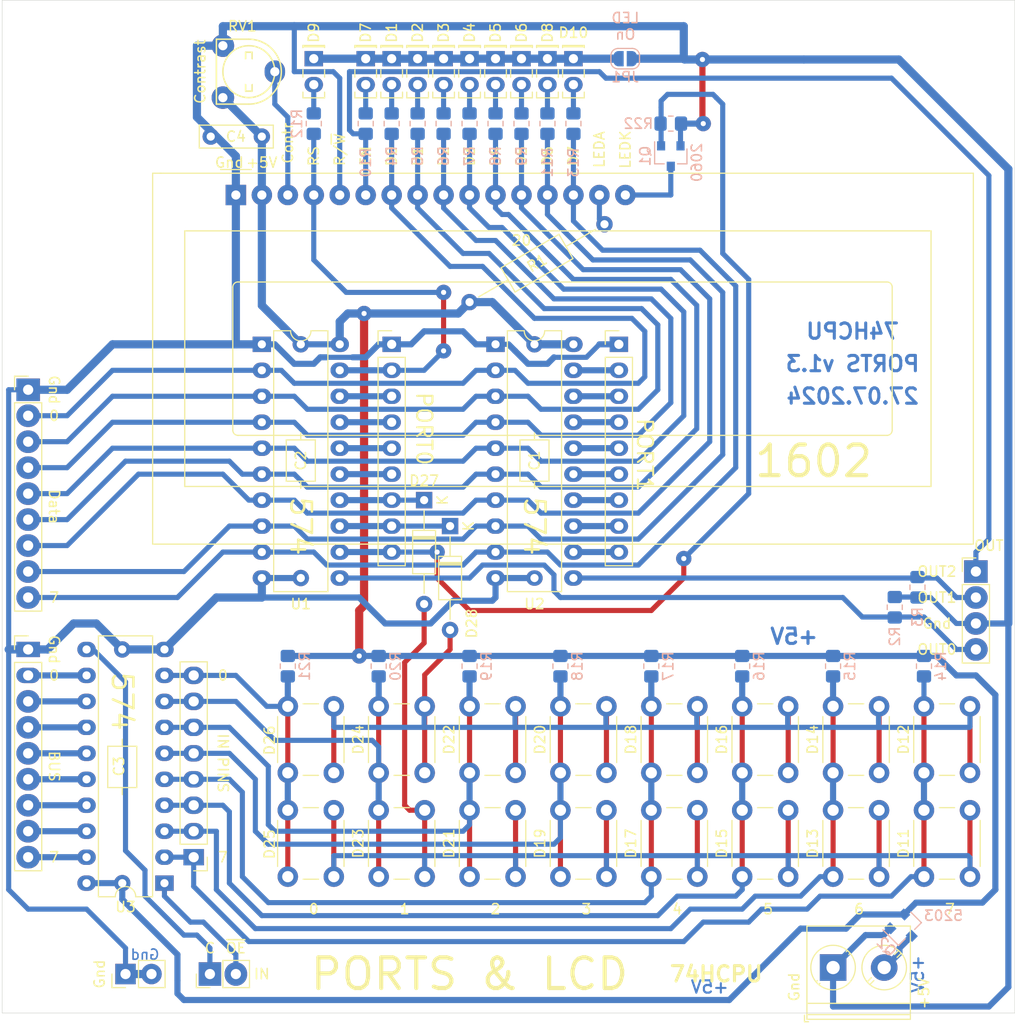
<source format=kicad_pcb>
(kicad_pcb (version 20171130) (host pcbnew "(5.1.8)-1")
  (layers (0 F.Cu signal) (31 B.Cu signal) (34 B.Paste user) (35 F.Paste user) (36 B.SilkS user) (37 F.SilkS user) (38 B.Mask user) (39 F.Mask user) (44 Edge.Cuts user))
  (net 0 "")
  (net 1 VCC)
  (net 2 GND)
  (net 3 /P0.7)
  (net 4 /P0.6)
  (net 5 /P0.5)
  (net 6 /P0.4)
  (net 7 /P0.3)
  (net 8 /P0.2)
  (net 9 /P0.1)
  (net 10 /P0.0)
  (net 11 /P1.0)
  (net 12 /P1.1)
  (net 13 "Net-(DS1-Pad3)")
  (net 14 /D0)
  (net 15 /D1)
  (net 16 /D2)
  (net 17 /D3)
  (net 18 /D4)
  (net 19 /D5)
  (net 20 /D6)
  (net 21 /D7)
  (net 22 /P1.2)
  (net 23 /P1.3)
  (net 24 /P1.4)
  (net 25 /P1.5)
  (net 26 /P1.6)
  (net 27 /P1.7)
  (net 28 "Net-(D1-Pad2)")
  (net 29 "Net-(D2-Pad2)")
  (net 30 "Net-(D3-Pad2)")
  (net 31 "Net-(D4-Pad2)")
  (net 32 "Net-(D5-Pad2)")
  (net 33 "Net-(D6-Pad2)")
  (net 34 "Net-(D7-Pad2)")
  (net 35 "Net-(D8-Pad2)")
  (net 36 "Net-(D9-Pad2)")
  (net 37 "Net-(D10-Pad2)")
  (net 38 "Net-(DS1-Pad15)")
  (net 39 /IN0.0)
  (net 40 "Net-(D11-Pad2)")
  (net 41 "Net-(D12-Pad2)")
  (net 42 /IN0.1)
  (net 43 /IN0.2)
  (net 44 /IN0.3)
  (net 45 /IN0.4)
  (net 46 /IN0.5)
  (net 47 /IN0.6)
  (net 48 /IN0.7)
  (net 49 /BUS0)
  (net 50 /BUS1)
  (net 51 /BUS2)
  (net 52 /BUS3)
  (net 53 /BUS4)
  (net 54 /BUS5)
  (net 55 /BUS6)
  (net 56 /BUS7)
  (net 57 /IN0.OE)
  (net 58 /IN0.C)
  (net 59 "Net-(D1-Pad1)")
  (net 60 /OUT0)
  (net 61 /OUT1)
  (net 62 /OUT2)
  (net 63 "Net-(DS1-Pad16)")
  (net 64 "Net-(J4-Pad2)")
  (module Diode_THT:D_DO-35_SOD27_P10.16mm_Horizontal (layer F.Cu) (at 86.995 69.215 270)
    (fp_text reference D28 (at 9.525 -2.12 90) (layer F.SilkS))
    (fp_text value 1N4148)
    (fp_text user K (at 0 -1.8 90) (layer F.SilkS))
    (pad 2 thru_hole oval (at 10.16 0 270) (size 1.6 1.6) (drill 0.8) (layers *.Cu *.Mask) (net 41 "Net-(D12-Pad2)"))
    (pad 1 thru_hole rect (at 0 0 270) (size 1.6 1.6) (drill 0.8) (layers *.Cu *.Mask) (net 4 /P0.6))
  )
  (module Diode_THT:D_DO-35_SOD27_P10.16mm_Horizontal (layer F.Cu) (at 84.455 66.675 270)
    (fp_text reference D27 (at -1.905 0 180) (layer F.SilkS))
    (fp_text value 1N4148)
    (fp_text user K (at 0 -1.8 90) (layer F.SilkS))
    (pad 2 thru_hole oval (at 10.16 0 270) (size 1.6 1.6) (drill 0.8) (layers *.Cu *.Mask) (net 40 "Net-(D11-Pad2)"))
    (pad 1 thru_hole rect (at 0 0 270) (size 1.6 1.6) (drill 0.8) (layers *.Cu *.Mask) (net 5 /P0.5))
  )
  (module Connector_PinHeader_2.54mm:PinHeader_1x09_P2.54mm_Vertical (layer F.Cu) (at 45.72 55.88)
    (fp_text reference J1 hide)
    (fp_text value Conn_01x09_Male)
    (pad 9 thru_hole oval (at 0 20.32) (size 2.3 2.2) (drill 1) (layers *.Cu *.Mask) (net 21 /D7))
    (pad 8 thru_hole oval (at 0 17.78) (size 2.3 2.2) (drill 1) (layers *.Cu *.Mask) (net 20 /D6))
    (pad 7 thru_hole oval (at 0 15.24) (size 2.3 2.2) (drill 1) (layers *.Cu *.Mask) (net 19 /D5))
    (pad 6 thru_hole oval (at 0 12.7) (size 2.3 2.2) (drill 1) (layers *.Cu *.Mask) (net 18 /D4))
    (pad 5 thru_hole oval (at 0 10.16) (size 2.3 2.2) (drill 1) (layers *.Cu *.Mask) (net 17 /D3))
    (pad 4 thru_hole oval (at 0 7.62) (size 2.3 2.2) (drill 1) (layers *.Cu *.Mask) (net 16 /D2))
    (pad 3 thru_hole oval (at 0 5.08) (size 2.3 2.2) (drill 1) (layers *.Cu *.Mask) (net 15 /D1))
    (pad 2 thru_hole oval (at 0 2.54) (size 2.3 2.2) (drill 1) (layers *.Cu *.Mask) (net 14 /D0))
    (pad 1 thru_hole rect (at 0 0) (size 2.3 2.2) (drill 1) (layers *.Cu *.Mask) (net 2 GND))
  )
  (module Connector_PinHeader_2.54mm:PinHeader_1x02_P2.54mm_Vertical (layer F.Cu) (at 63.5 113.03 90)
    (fp_text reference J7 hide)
    (fp_text value Conn_01x02_Male)
    (pad 2 thru_hole oval (at 0 2.54 90) (size 2.3 2.2) (drill 1) (layers *.Cu *.Mask) (net 57 /IN0.OE))
    (pad 1 thru_hole rect (at 0 0 90) (size 2.3 2.2) (drill 1) (layers *.Cu *.Mask) (net 58 /IN0.C))
  )
  (module Connector_PinHeader_2.54mm:PinHeader_1x09_P2.54mm_Vertical (layer F.Cu) (at 45.72 81.28)
    (fp_text reference J6 hide)
    (fp_text value Conn_01x09_Male)
    (pad 9 thru_hole oval (at 0 20.32) (size 2.3 2.2) (drill 1) (layers *.Cu *.Mask) (net 56 /BUS7))
    (pad 8 thru_hole oval (at 0 17.78) (size 2.3 2.2) (drill 1) (layers *.Cu *.Mask) (net 55 /BUS6))
    (pad 7 thru_hole oval (at 0 15.24) (size 2.3 2.2) (drill 1) (layers *.Cu *.Mask) (net 54 /BUS5))
    (pad 6 thru_hole oval (at 0 12.7) (size 2.3 2.2) (drill 1) (layers *.Cu *.Mask) (net 53 /BUS4))
    (pad 5 thru_hole oval (at 0 10.16) (size 2.3 2.2) (drill 1) (layers *.Cu *.Mask) (net 52 /BUS3))
    (pad 4 thru_hole oval (at 0 7.62) (size 2.3 2.2) (drill 1) (layers *.Cu *.Mask) (net 51 /BUS2))
    (pad 3 thru_hole oval (at 0 5.08) (size 2.3 2.2) (drill 1) (layers *.Cu *.Mask) (net 50 /BUS1))
    (pad 2 thru_hole oval (at 0 2.54) (size 2.3 1.5) (drill 1) (layers *.Cu *.Mask) (net 49 /BUS0))
    (pad 1 thru_hole rect (at 0 0) (size 2.3 1.5) (drill 1) (layers *.Cu *.Mask) (net 2 GND))
  )
  (module Connector_PinHeader_2.54mm:PinHeader_1x04_P2.54mm_Vertical (layer F.Cu) (at 138.43 73.66)
    (fp_text reference J5 hide)
    (fp_text value Conn_01x04_Male)
    (pad 4 thru_hole oval (at 0 7.62) (size 2.3 2.2) (drill 1) (layers *.Cu *.Mask) (net 60 /OUT0))
    (pad 3 thru_hole oval (at 0 5.08) (size 2.3 2.2) (drill 1) (layers *.Cu *.Mask) (net 2 GND))
    (pad 2 thru_hole oval (at 0 2.54) (size 2.3 2.2) (drill 1) (layers *.Cu *.Mask) (net 61 /OUT1))
    (pad 1 thru_hole rect (at 0 0) (size 2.3 2.2) (drill 1) (layers *.Cu *.Mask) (net 62 /OUT2))
  )
  (module Package_TO_SOT_SMD:SOT-23 (layer B.Cu) (at 131.445 108.585 315)
    (fp_text reference Q2 (at 0 2.5 135) (layer B.SilkS) (effects (justify mirror)))
    (fp_text value IRLML5203)
    (pad 3 smd rect (at 1 0 315) (size 0.9 0.8) (layers B.Cu B.Paste B.Mask) (net 64 "Net-(J4-Pad2)"))
    (pad 2 smd rect (at -1 -0.95 315) (size 0.9 0.8) (layers B.Cu B.Paste B.Mask) (net 1 VCC))
    (pad 1 smd rect (at -1 0.95 315) (size 0.9 0.8) (layers B.Cu B.Paste B.Mask) (net 2 GND))
  )
  (module Resistor_SMD:R_0805_2012Metric_Pad1.20x1.40mm_HandSolder (layer B.Cu) (at 108.585 29.845)
    (fp_text reference R22 (at -3.175 0) (layer B.SilkS) (effects (justify mirror)))
    (fp_text value 10k)
    (pad 2 smd roundrect (at 1 0) (size 1.2 1.4) (layers B.Cu B.Paste B.Mask) (roundrect_rratio 0.2083325) (net 2 GND))
    (pad 1 smd roundrect (at -1 0) (size 1.2 1.4) (layers B.Cu B.Paste B.Mask) (roundrect_rratio 0.2083325) (net 3 /P0.7))
  )
  (module Package_TO_SOT_SMD:SOT-23 (layer B.Cu) (at 108.585 33.02 270)
    (fp_text reference Q1 (at 0 2.5 90) (layer B.SilkS) (effects (justify mirror)))
    (fp_text value IRLML2060)
    (pad 3 smd rect (at 1 0 270) (size 0.9 0.8) (layers B.Cu B.Paste B.Mask) (net 63 "Net-(DS1-Pad16)"))
    (pad 2 smd rect (at -1 -0.95 270) (size 0.9 0.8) (layers B.Cu B.Paste B.Mask) (net 2 GND))
    (pad 1 smd rect (at -1 0.95 270) (size 0.9 0.8) (layers B.Cu B.Paste B.Mask) (net 3 /P0.7))
  )
  (module Capacitor_THT:C_Rect_L7.0mm_W2.0mm_P5.00mm (layer F.Cu) (at 68.58 31.115 180)
    (fp_text reference C4 (at 2.54 0) (layer F.SilkS))
    (fp_text value 0.1uF)
    (pad 2 thru_hole circle (at 5 0 180) (size 1.6 1.6) (drill 0.8) (layers *.Cu *.Mask) (net 2 GND))
    (pad 1 thru_hole circle (at 0 0 180) (size 1.6 1.6) (drill 0.8) (layers *.Cu *.Mask) (net 1 VCC))
  )
  (module CommonLibrary:C_Axial_L3.8mm_D2.6mm_P22.86mm_Horizontal (layer F.Cu) (at 54.9275 104.14 90)
    (fp_text reference C3 (at 11.43 -0.3175 270) (layer F.SilkS))
    (fp_text value 0.1uF)
    (pad 2 thru_hole oval (at 22.86 0 90) (size 1.6 1.6) (drill 0.8) (layers *.Cu *.Mask) (net 2 GND))
    (pad 1 thru_hole circle (at 0 0 90) (size 1.6 1.6) (drill 0.8) (layers *.Cu *.Mask) (net 1 VCC))
  )
  (module CommonLibrary:C_Axial_L3.8mm_D2.6mm_P22.86mm_Horizontal (layer F.Cu) (at 72.39 51.435 270)
    (fp_text reference C2 (at 11.37 0 270) (layer F.SilkS))
    (fp_text value 0.1uF)
    (pad 2 thru_hole oval (at 22.86 0 270) (size 1.6 1.6) (drill 0.8) (layers *.Cu *.Mask) (net 2 GND))
    (pad 1 thru_hole circle (at 0 0 270) (size 1.6 1.6) (drill 0.8) (layers *.Cu *.Mask) (net 1 VCC))
  )
  (module CommonLibrary:C_Axial_L3.8mm_D2.6mm_P22.86mm_Horizontal (layer F.Cu) (at 95.25 51.435 270)
    (fp_text reference C1 (at 11.37 0 90) (layer F.SilkS))
    (fp_text value 0.1uF)
    (pad 2 thru_hole oval (at 22.86 0 270) (size 1.5 1.6) (drill 0.8) (layers *.Cu *.Mask) (net 2 GND))
    (pad 1 thru_hole circle (at 0 0 270) (size 1.6 1.6) (drill 0.8) (layers *.Cu *.Mask) (net 1 VCC))
  )
  (module Connector_PinHeader_2.54mm:PinHeader_1x02_P2.54mm_Vertical (layer F.Cu) (at 55.245 113.03 90)
    (fp_text reference J9 hide)
    (fp_text value Conn_01x02_Male)
    (pad 2 thru_hole oval (at 0 2.54 90) (size 2 2) (drill 1) (layers *.Cu *.Mask) (net 2 GND))
    (pad 1 thru_hole rect (at 0 0 90) (size 2 2) (drill 1) (layers *.Cu *.Mask) (net 2 GND))
  )
  (module Jumper:SolderJumper-2_P1.3mm_Open_RoundedPad1.0x1.5mm (layer B.Cu) (at 104.125 23.495)
    (fp_text reference JP1 (at 0 1.8) (layer B.SilkS) (effects (justify mirror)))
    (fp_text value Jumper)
    (pad 2 smd custom (at 0.65 0) (size 1 0.5) (layers B.Cu B.Mask) (net 2 GND) (options (clearance outline) (anchor rect)) (primitives (gr_circle (center 0 -0.25) (end 0.5 -0.25) (width 0)) (gr_circle (center 0 0.25) (end 0.5 0.25) (width 0)) (gr_poly (pts (xy 0 0.75) (xy -0.5 0.75) (xy -0.5 -0.75) (xy 0 -0.75)) (width 0))))
    (pad 1 smd custom (at -0.65 0) (size 1 0.5) (layers B.Cu B.Mask) (net 59 "Net-(D1-Pad1)") (options (clearance outline) (anchor rect)) (primitives (gr_circle (center 0 -0.25) (end 0.5 -0.25) (width 0)) (gr_circle (center 0 0.25) (end 0.5 0.25) (width 0)) (gr_poly (pts (xy 0 0.75) (xy 0.5 0.75) (xy 0.5 -0.75) (xy 0 -0.75)) (width 0))))
  )
  (module Button_Switch_THT:SW_PUSH_6mm_H4.3mm (layer F.Cu) (at 71.12 93.345 90)
    (fp_text reference D26 (at 3.175 -1.778 90) (layer F.SilkS))
    (fp_text value 6x6-tact-btn)
    (pad 1 thru_hole circle (at 6.5 0 180) (size 2 2) (drill 1.1) (layers *.Cu *.Mask) (net 39 /IN0.0))
    (pad 2 thru_hole circle (at 6.5 4.5 180) (size 2 2) (drill 1.1) (layers *.Cu *.Mask) (net 41 "Net-(D12-Pad2)"))
    (pad 1 thru_hole circle (at 0 0 180) (size 2 2) (drill 1.1) (layers *.Cu *.Mask) (net 39 /IN0.0))
    (pad 2 thru_hole circle (at 0 4.5 180) (size 2 2) (drill 1.1) (layers *.Cu *.Mask) (net 41 "Net-(D12-Pad2)"))
  )
  (module Button_Switch_THT:SW_PUSH_6mm_H4.3mm (layer F.Cu) (at 71.12 103.505 90)
    (fp_text reference D25 (at 3.175 -1.778 90) (layer F.SilkS))
    (fp_text value 6x6-tact-btn)
    (pad 1 thru_hole circle (at 6.5 0 180) (size 2 2) (drill 1.1) (layers *.Cu *.Mask) (net 39 /IN0.0))
    (pad 2 thru_hole circle (at 6.5 4.5 180) (size 2 2) (drill 1.1) (layers *.Cu *.Mask) (net 40 "Net-(D11-Pad2)"))
    (pad 1 thru_hole circle (at 0 0 180) (size 2 2) (drill 1.1) (layers *.Cu *.Mask) (net 39 /IN0.0))
    (pad 2 thru_hole circle (at 0 4.5 180) (size 2 2) (drill 1.1) (layers *.Cu *.Mask) (net 40 "Net-(D11-Pad2)"))
  )
  (module Button_Switch_THT:SW_PUSH_6mm_H4.3mm (layer F.Cu) (at 80.01 93.345 90)
    (fp_text reference D24 (at 3.25 -2 90) (layer F.SilkS))
    (fp_text value 6x6-tact-btn)
    (pad 1 thru_hole circle (at 6.5 0 180) (size 2 2) (drill 1.1) (layers *.Cu *.Mask) (net 42 /IN0.1))
    (pad 2 thru_hole circle (at 6.5 4.5 180) (size 2 2) (drill 1.1) (layers *.Cu *.Mask) (net 41 "Net-(D12-Pad2)"))
    (pad 1 thru_hole circle (at 0 0 180) (size 2 2) (drill 1.1) (layers *.Cu *.Mask) (net 42 /IN0.1))
    (pad 2 thru_hole circle (at 0 4.5 180) (size 2 2) (drill 1.1) (layers *.Cu *.Mask) (net 41 "Net-(D12-Pad2)"))
  )
  (module Button_Switch_THT:SW_PUSH_6mm_H4.3mm (layer F.Cu) (at 80.01 103.505 90)
    (fp_text reference D23 (at 3.25 -2 90) (layer F.SilkS))
    (fp_text value 6x6-tact-btn)
    (pad 1 thru_hole circle (at 6.5 0 180) (size 2 2) (drill 1.1) (layers *.Cu *.Mask) (net 42 /IN0.1))
    (pad 2 thru_hole circle (at 6.5 4.5 180) (size 2 2) (drill 1.1) (layers *.Cu *.Mask) (net 40 "Net-(D11-Pad2)"))
    (pad 1 thru_hole circle (at 0 0 180) (size 2 2) (drill 1.1) (layers *.Cu *.Mask) (net 42 /IN0.1))
    (pad 2 thru_hole circle (at 0 4.5 180) (size 2 2) (drill 1.1) (layers *.Cu *.Mask) (net 40 "Net-(D11-Pad2)"))
  )
  (module Button_Switch_THT:SW_PUSH_6mm_H4.3mm (layer F.Cu) (at 88.9 93.345 90)
    (fp_text reference D22 (at 3.25 -2 90) (layer F.SilkS))
    (fp_text value 6x6-tact-btn)
    (pad 1 thru_hole circle (at 6.5 0 180) (size 2 2) (drill 1.1) (layers *.Cu *.Mask) (net 43 /IN0.2))
    (pad 2 thru_hole circle (at 6.5 4.5 180) (size 2 2) (drill 1.1) (layers *.Cu *.Mask) (net 41 "Net-(D12-Pad2)"))
    (pad 1 thru_hole circle (at 0 0 180) (size 2 2) (drill 1.1) (layers *.Cu *.Mask) (net 43 /IN0.2))
    (pad 2 thru_hole circle (at 0 4.5 180) (size 2 2) (drill 1.1) (layers *.Cu *.Mask) (net 41 "Net-(D12-Pad2)"))
  )
  (module Button_Switch_THT:SW_PUSH_6mm_H4.3mm (layer F.Cu) (at 88.9 103.505 90)
    (fp_text reference D21 (at 3.25 -2 90) (layer F.SilkS))
    (fp_text value 6x6-tact-btn)
    (pad 1 thru_hole circle (at 6.5 0 180) (size 2 2) (drill 1.1) (layers *.Cu *.Mask) (net 43 /IN0.2))
    (pad 2 thru_hole circle (at 6.5 4.5 180) (size 2 2) (drill 1.1) (layers *.Cu *.Mask) (net 40 "Net-(D11-Pad2)"))
    (pad 1 thru_hole circle (at 0 0 180) (size 2 2) (drill 1.1) (layers *.Cu *.Mask) (net 43 /IN0.2))
    (pad 2 thru_hole circle (at 0 4.5 180) (size 2 2) (drill 1.1) (layers *.Cu *.Mask) (net 40 "Net-(D11-Pad2)"))
  )
  (module Button_Switch_THT:SW_PUSH_6mm_H4.3mm (layer F.Cu) (at 97.79 93.345 90)
    (fp_text reference D20 (at 3.25 -2 90) (layer F.SilkS))
    (fp_text value 6x6-tact-btn)
    (pad 1 thru_hole circle (at 6.5 0 180) (size 2 2) (drill 1.1) (layers *.Cu *.Mask) (net 44 /IN0.3))
    (pad 2 thru_hole circle (at 6.5 4.5 180) (size 2 2) (drill 1.1) (layers *.Cu *.Mask) (net 41 "Net-(D12-Pad2)"))
    (pad 1 thru_hole circle (at 0 0 180) (size 2 2) (drill 1.1) (layers *.Cu *.Mask) (net 44 /IN0.3))
    (pad 2 thru_hole circle (at 0 4.5 180) (size 2 2) (drill 1.1) (layers *.Cu *.Mask) (net 41 "Net-(D12-Pad2)"))
  )
  (module Button_Switch_THT:SW_PUSH_6mm_H4.3mm (layer F.Cu) (at 97.79 103.505 90)
    (fp_text reference D19 (at 3.25 -2 90) (layer F.SilkS))
    (fp_text value 6x6-tact-btn)
    (pad 1 thru_hole circle (at 6.5 0 180) (size 2 2) (drill 1.1) (layers *.Cu *.Mask) (net 44 /IN0.3))
    (pad 2 thru_hole circle (at 6.5 4.5 180) (size 2 2) (drill 1.1) (layers *.Cu *.Mask) (net 40 "Net-(D11-Pad2)"))
    (pad 1 thru_hole circle (at 0 0 180) (size 2 2) (drill 1.1) (layers *.Cu *.Mask) (net 44 /IN0.3))
    (pad 2 thru_hole circle (at 0 4.5 180) (size 2 2) (drill 1.1) (layers *.Cu *.Mask) (net 40 "Net-(D11-Pad2)"))
  )
  (module Button_Switch_THT:SW_PUSH_6mm_H4.3mm (layer F.Cu) (at 106.68 93.345 90)
    (fp_text reference D18 (at 3.25 -2 90) (layer F.SilkS))
    (fp_text value 6x6-tact-btn)
    (pad 1 thru_hole circle (at 6.5 0 180) (size 2 2) (drill 1.1) (layers *.Cu *.Mask) (net 45 /IN0.4))
    (pad 2 thru_hole circle (at 6.5 4.5 180) (size 2 2) (drill 1.1) (layers *.Cu *.Mask) (net 41 "Net-(D12-Pad2)"))
    (pad 1 thru_hole circle (at 0 0 180) (size 2 2) (drill 1.1) (layers *.Cu *.Mask) (net 45 /IN0.4))
    (pad 2 thru_hole circle (at 0 4.5 180) (size 2 2) (drill 1.1) (layers *.Cu *.Mask) (net 41 "Net-(D12-Pad2)"))
  )
  (module Button_Switch_THT:SW_PUSH_6mm_H4.3mm (layer F.Cu) (at 106.68 103.505 90)
    (fp_text reference D17 (at 3.25 -2 90) (layer F.SilkS))
    (fp_text value 6x6-tact-btn)
    (pad 1 thru_hole circle (at 6.5 0 180) (size 2 2) (drill 1.1) (layers *.Cu *.Mask) (net 45 /IN0.4))
    (pad 2 thru_hole circle (at 6.5 4.5 180) (size 2 2) (drill 1.1) (layers *.Cu *.Mask) (net 40 "Net-(D11-Pad2)"))
    (pad 1 thru_hole circle (at 0 0 180) (size 2 2) (drill 1.1) (layers *.Cu *.Mask) (net 45 /IN0.4))
    (pad 2 thru_hole circle (at 0 4.5 180) (size 2 2) (drill 1.1) (layers *.Cu *.Mask) (net 40 "Net-(D11-Pad2)"))
  )
  (module Button_Switch_THT:SW_PUSH_6mm_H4.3mm (layer F.Cu) (at 115.57 93.345 90)
    (fp_text reference D16 (at 3.25 -2 90) (layer F.SilkS))
    (fp_text value 6x6-tact-btn)
    (pad 1 thru_hole circle (at 6.5 0 180) (size 2 2) (drill 1.1) (layers *.Cu *.Mask) (net 46 /IN0.5))
    (pad 2 thru_hole circle (at 6.5 4.5 180) (size 2 2) (drill 1.1) (layers *.Cu *.Mask) (net 41 "Net-(D12-Pad2)"))
    (pad 1 thru_hole circle (at 0 0 180) (size 2 2) (drill 1.1) (layers *.Cu *.Mask) (net 46 /IN0.5))
    (pad 2 thru_hole circle (at 0 4.5 180) (size 2 2) (drill 1.1) (layers *.Cu *.Mask) (net 41 "Net-(D12-Pad2)"))
  )
  (module Button_Switch_THT:SW_PUSH_6mm_H4.3mm (layer F.Cu) (at 115.57 103.505 90)
    (fp_text reference D15 (at 3.25 -2 90) (layer F.SilkS))
    (fp_text value 6x6-tact-btn)
    (pad 1 thru_hole circle (at 6.5 0 180) (size 2 2) (drill 1.1) (layers *.Cu *.Mask) (net 46 /IN0.5))
    (pad 2 thru_hole circle (at 6.5 4.5 180) (size 2 2) (drill 1.1) (layers *.Cu *.Mask) (net 40 "Net-(D11-Pad2)"))
    (pad 1 thru_hole circle (at 0 0 180) (size 2 2) (drill 1.1) (layers *.Cu *.Mask) (net 46 /IN0.5))
    (pad 2 thru_hole circle (at 0 4.5 180) (size 2 2) (drill 1.1) (layers *.Cu *.Mask) (net 40 "Net-(D11-Pad2)"))
  )
  (module Button_Switch_THT:SW_PUSH_6mm_H4.3mm (layer F.Cu) (at 124.46 93.345 90)
    (fp_text reference D14 (at 3.25 -2 90) (layer F.SilkS))
    (fp_text value 6x6-tact-btn)
    (pad 1 thru_hole circle (at 6.5 0 180) (size 2 2) (drill 1.1) (layers *.Cu *.Mask) (net 47 /IN0.6))
    (pad 2 thru_hole circle (at 6.5 4.5 180) (size 2 2) (drill 1.1) (layers *.Cu *.Mask) (net 41 "Net-(D12-Pad2)"))
    (pad 1 thru_hole circle (at 0 0 180) (size 2 2) (drill 1.1) (layers *.Cu *.Mask) (net 47 /IN0.6))
    (pad 2 thru_hole circle (at 0 4.5 180) (size 2 2) (drill 1.1) (layers *.Cu *.Mask) (net 41 "Net-(D12-Pad2)"))
  )
  (module Button_Switch_THT:SW_PUSH_6mm_H4.3mm (layer F.Cu) (at 124.46 103.505 90)
    (fp_text reference D13 (at 3.25 -2 90) (layer F.SilkS))
    (fp_text value 6x6-tact-btn)
    (pad 1 thru_hole circle (at 6.5 0 180) (size 2 2) (drill 1.1) (layers *.Cu *.Mask) (net 47 /IN0.6))
    (pad 2 thru_hole circle (at 6.5 4.5 180) (size 2 2) (drill 1.1) (layers *.Cu *.Mask) (net 40 "Net-(D11-Pad2)"))
    (pad 1 thru_hole circle (at 0 0 180) (size 2 2) (drill 1.1) (layers *.Cu *.Mask) (net 47 /IN0.6))
    (pad 2 thru_hole circle (at 0 4.5 180) (size 2 2) (drill 1.1) (layers *.Cu *.Mask) (net 40 "Net-(D11-Pad2)"))
  )
  (module Button_Switch_THT:SW_PUSH_6mm_H4.3mm (layer F.Cu) (at 133.35 93.345 90)
    (fp_text reference D12 (at 3.25 -2 90) (layer F.SilkS))
    (fp_text value 6x6-tact-btn)
    (pad 1 thru_hole circle (at 6.5 0 180) (size 2 2) (drill 1.1) (layers *.Cu *.Mask) (net 48 /IN0.7))
    (pad 2 thru_hole circle (at 6.5 4.5 180) (size 2 2) (drill 1.1) (layers *.Cu *.Mask) (net 41 "Net-(D12-Pad2)"))
    (pad 1 thru_hole circle (at 0 0 180) (size 2 2) (drill 1.1) (layers *.Cu *.Mask) (net 48 /IN0.7))
    (pad 2 thru_hole circle (at 0 4.5 180) (size 2 2) (drill 1.1) (layers *.Cu *.Mask) (net 41 "Net-(D12-Pad2)"))
  )
  (module Button_Switch_THT:SW_PUSH_6mm_H4.3mm (layer F.Cu) (at 133.35 103.505 90)
    (fp_text reference D11 (at 3.25 -2 90) (layer F.SilkS))
    (fp_text value 6x6-tact-btn)
    (pad 1 thru_hole circle (at 6.5 0 180) (size 2 2) (drill 1.1) (layers *.Cu *.Mask) (net 48 /IN0.7))
    (pad 2 thru_hole circle (at 6.5 4.5 180) (size 2 2) (drill 1.1) (layers *.Cu *.Mask) (net 40 "Net-(D11-Pad2)"))
    (pad 1 thru_hole circle (at 0 0 180) (size 2 2) (drill 1.1) (layers *.Cu *.Mask) (net 48 /IN0.7))
    (pad 2 thru_hole circle (at 0 4.5 180) (size 2 2) (drill 1.1) (layers *.Cu *.Mask) (net 40 "Net-(D11-Pad2)"))
  )
  (module Package_DIP:DIP-20_W7.62mm (layer F.Cu) (at 59.055 104.14 180)
    (fp_text reference U3 (at 3.81 -2.33) (layer F.SilkS))
    (fp_text value 74LS574)
    (pad 20 thru_hole oval (at 7.62 0 180) (size 1.8 1.5) (drill 0.8) (layers *.Cu *.Mask) (net 1 VCC))
    (pad 10 thru_hole oval (at 0 22.86 180) (size 1.8 1.5) (drill 0.8) (layers *.Cu *.Mask) (net 2 GND))
    (pad 19 thru_hole oval (at 7.62 2.54 180) (size 1.8 1.5) (drill 0.8) (layers *.Cu *.Mask) (net 56 /BUS7))
    (pad 9 thru_hole oval (at 0 20.32 180) (size 1.8 1.5) (drill 0.8) (layers *.Cu *.Mask) (net 39 /IN0.0))
    (pad 18 thru_hole oval (at 7.62 5.08 180) (size 1.8 1.5) (drill 0.8) (layers *.Cu *.Mask) (net 55 /BUS6))
    (pad 8 thru_hole oval (at 0 17.78 180) (size 1.8 1.5) (drill 0.8) (layers *.Cu *.Mask) (net 42 /IN0.1))
    (pad 17 thru_hole oval (at 7.62 7.62 180) (size 1.8 1.5) (drill 0.8) (layers *.Cu *.Mask) (net 54 /BUS5))
    (pad 7 thru_hole oval (at 0 15.24 180) (size 1.8 1.5) (drill 0.8) (layers *.Cu *.Mask) (net 43 /IN0.2))
    (pad 16 thru_hole oval (at 7.62 10.16 180) (size 1.8 1.5) (drill 0.8) (layers *.Cu *.Mask) (net 53 /BUS4))
    (pad 6 thru_hole oval (at 0 12.7 180) (size 1.8 1.5) (drill 0.8) (layers *.Cu *.Mask) (net 44 /IN0.3))
    (pad 15 thru_hole oval (at 7.62 12.7 180) (size 1.8 1.5) (drill 0.8) (layers *.Cu *.Mask) (net 52 /BUS3))
    (pad 5 thru_hole oval (at 0 10.16 180) (size 1.8 1.5) (drill 0.8) (layers *.Cu *.Mask) (net 45 /IN0.4))
    (pad 14 thru_hole oval (at 7.62 15.24 180) (size 1.8 1.5) (drill 0.8) (layers *.Cu *.Mask) (net 51 /BUS2))
    (pad 4 thru_hole oval (at 0 7.62 180) (size 1.8 1.5) (drill 0.8) (layers *.Cu *.Mask) (net 46 /IN0.5))
    (pad 13 thru_hole oval (at 7.62 17.78 180) (size 1.8 1.5) (drill 0.8) (layers *.Cu *.Mask) (net 50 /BUS1))
    (pad 3 thru_hole oval (at 0 5.08 180) (size 1.8 1.5) (drill 0.8) (layers *.Cu *.Mask) (net 47 /IN0.6))
    (pad 12 thru_hole oval (at 7.62 20.32 180) (size 1.8 1.5) (drill 0.8) (layers *.Cu *.Mask) (net 49 /BUS0))
    (pad 2 thru_hole oval (at 0 2.54 180) (size 1.8 1.5) (drill 0.8) (layers *.Cu *.Mask) (net 48 /IN0.7))
    (pad 11 thru_hole oval (at 7.62 22.86 180) (size 1.8 1.5) (drill 0.8) (layers *.Cu *.Mask) (net 58 /IN0.C))
    (pad 1 thru_hole rect (at 0 0 180) (size 1.8 1.5) (drill 0.8) (layers *.Cu *.Mask) (net 57 /IN0.OE))
  )
  (module Resistor_SMD:R_0805_2012Metric_Pad1.20x1.40mm_HandSolder (layer B.Cu) (at 71.12 82.915 90)
    (fp_text reference R21 (at 0 1.65 90) (layer B.SilkS) (effects (justify mirror)))
    (fp_text value 10k)
    (pad 2 smd roundrect (at 1 0 90) (size 1.2 1.4) (layers B.Cu B.Paste B.Mask) (roundrect_rratio 0.2083325) (net 1 VCC))
    (pad 1 smd roundrect (at -1 0 90) (size 1.2 1.4) (layers B.Cu B.Paste B.Mask) (roundrect_rratio 0.2083325) (net 39 /IN0.0))
  )
  (module Resistor_SMD:R_0805_2012Metric_Pad1.20x1.40mm_HandSolder (layer B.Cu) (at 80.01 82.915 90)
    (fp_text reference R20 (at 0 1.65 90) (layer B.SilkS) (effects (justify mirror)))
    (fp_text value 10k)
    (pad 2 smd roundrect (at 1 0 90) (size 1.2 1.4) (layers B.Cu B.Paste B.Mask) (roundrect_rratio 0.2083325) (net 1 VCC))
    (pad 1 smd roundrect (at -1 0 90) (size 1.2 1.4) (layers B.Cu B.Paste B.Mask) (roundrect_rratio 0.2083325) (net 42 /IN0.1))
  )
  (module Resistor_SMD:R_0805_2012Metric_Pad1.20x1.40mm_HandSolder (layer B.Cu) (at 88.9 82.915 90)
    (fp_text reference R19 (at 0 1.65 90) (layer B.SilkS) (effects (justify mirror)))
    (fp_text value 10k)
    (pad 2 smd roundrect (at 1 0 90) (size 1.2 1.4) (layers B.Cu B.Paste B.Mask) (roundrect_rratio 0.2083325) (net 1 VCC))
    (pad 1 smd roundrect (at -1 0 90) (size 1.2 1.4) (layers B.Cu B.Paste B.Mask) (roundrect_rratio 0.2083325) (net 43 /IN0.2))
  )
  (module Resistor_SMD:R_0805_2012Metric_Pad1.20x1.40mm_HandSolder (layer B.Cu) (at 97.79 82.915 90)
    (fp_text reference R18 (at 0 1.65 90) (layer B.SilkS) (effects (justify mirror)))
    (fp_text value 10k)
    (pad 2 smd roundrect (at 1 0 90) (size 1.2 1.4) (layers B.Cu B.Paste B.Mask) (roundrect_rratio 0.2083325) (net 1 VCC))
    (pad 1 smd roundrect (at -1 0 90) (size 1.2 1.4) (layers B.Cu B.Paste B.Mask) (roundrect_rratio 0.2083325) (net 44 /IN0.3))
  )
  (module Resistor_SMD:R_0805_2012Metric_Pad1.20x1.40mm_HandSolder (layer B.Cu) (at 106.68 82.915 90)
    (fp_text reference R17 (at 0 1.65 90) (layer B.SilkS) (effects (justify mirror)))
    (fp_text value 10k)
    (pad 2 smd roundrect (at 1 0 90) (size 1.2 1.4) (layers B.Cu B.Paste B.Mask) (roundrect_rratio 0.2083325) (net 1 VCC))
    (pad 1 smd roundrect (at -1 0 90) (size 1.2 1.4) (layers B.Cu B.Paste B.Mask) (roundrect_rratio 0.2083325) (net 45 /IN0.4))
  )
  (module Resistor_SMD:R_0805_2012Metric_Pad1.20x1.40mm_HandSolder (layer B.Cu) (at 115.57 82.915 90)
    (fp_text reference R16 (at 0 1.65 90) (layer B.SilkS) (effects (justify mirror)))
    (fp_text value 10k)
    (pad 2 smd roundrect (at 1 0 90) (size 1.2 1.4) (layers B.Cu B.Paste B.Mask) (roundrect_rratio 0.2083325) (net 1 VCC))
    (pad 1 smd roundrect (at -1 0 90) (size 1.2 1.4) (layers B.Cu B.Paste B.Mask) (roundrect_rratio 0.2083325) (net 46 /IN0.5))
  )
  (module Resistor_SMD:R_0805_2012Metric_Pad1.20x1.40mm_HandSolder (layer B.Cu) (at 124.46 82.915 90)
    (fp_text reference R15 (at 0 1.65 90) (layer B.SilkS) (effects (justify mirror)))
    (fp_text value 10k)
    (pad 2 smd roundrect (at 1 0 90) (size 1.2 1.4) (layers B.Cu B.Paste B.Mask) (roundrect_rratio 0.2083325) (net 1 VCC))
    (pad 1 smd roundrect (at -1 0 90) (size 1.2 1.4) (layers B.Cu B.Paste B.Mask) (roundrect_rratio 0.2083325) (net 47 /IN0.6))
  )
  (module Resistor_SMD:R_0805_2012Metric_Pad1.20x1.40mm_HandSolder (layer B.Cu) (at 133.35 82.915 90)
    (fp_text reference R14 (at 0 1.65 90) (layer B.SilkS) (effects (justify mirror)))
    (fp_text value 10k)
    (pad 2 smd roundrect (at 1 0 90) (size 1.2 1.4) (layers B.Cu B.Paste B.Mask) (roundrect_rratio 0.2083325) (net 1 VCC))
    (pad 1 smd roundrect (at -1 0 90) (size 1.2 1.4) (layers B.Cu B.Paste B.Mask) (roundrect_rratio 0.2083325) (net 48 /IN0.7))
  )
  (module Resistor_THT:R_Axial_DIN0207_L6.3mm_D2.5mm_P15.24mm_Horizontal (layer F.Cu) (at 88.9 47.3075 30)
    (fp_text reference R1 (at 7.62 0 30) (layer F.SilkS))
    (fp_text value 20)
    (pad 2 thru_hole oval (at 15.24 0 30) (size 1.6 1.6) (drill 0.8) (layers *.Cu *.Mask) (net 38 "Net-(DS1-Pad15)"))
    (pad 1 thru_hole circle (at 0 0 30) (size 1.6 1.6) (drill 0.8) (layers *.Cu *.Mask) (net 1 VCC))
  )
  (module Resistor_SMD:R_0805_2012Metric_Pad1.20x1.40mm_HandSolder (layer B.Cu) (at 99.06 29.845 270)
    (fp_text reference R13 (at 3.81 0 270) (layer B.SilkS) (effects (justify mirror)))
    (fp_text value 1k)
    (pad 2 smd roundrect (at 1 0 270) (size 1.2 1.4) (layers B.Cu B.Paste B.Mask) (roundrect_rratio 0.2083325) (net 21 /D7))
    (pad 1 smd roundrect (at -1 0 270) (size 1.2 1.4) (layers B.Cu B.Paste B.Mask) (roundrect_rratio 0.2083325) (net 37 "Net-(D10-Pad2)"))
  )
  (module Resistor_SMD:R_0805_2012Metric_Pad1.20x1.40mm_HandSolder (layer B.Cu) (at 73.66 29.845 270)
    (fp_text reference R12 (at 0 1.65 90) (layer B.SilkS) (effects (justify mirror)))
    (fp_text value 1k)
    (pad 2 smd roundrect (at 1 0 270) (size 1.2 1.4) (layers B.Cu B.Paste B.Mask) (roundrect_rratio 0.2083325) (net 10 /P0.0))
    (pad 1 smd roundrect (at -1 0 270) (size 1.2 1.4) (layers B.Cu B.Paste B.Mask) (roundrect_rratio 0.2083325) (net 36 "Net-(D9-Pad2)"))
  )
  (module Resistor_SMD:R_0805_2012Metric_Pad1.20x1.40mm_HandSolder (layer B.Cu) (at 96.52 29.845 270)
    (fp_text reference R11 (at 3.81 0 90) (layer B.SilkS) (effects (justify mirror)))
    (fp_text value 1k)
    (pad 2 smd roundrect (at 1 0 270) (size 1.2 1.4) (layers B.Cu B.Paste B.Mask) (roundrect_rratio 0.2083325) (net 20 /D6))
    (pad 1 smd roundrect (at -1 0 270) (size 1.2 1.4) (layers B.Cu B.Paste B.Mask) (roundrect_rratio 0.2083325) (net 35 "Net-(D8-Pad2)"))
  )
  (module Resistor_SMD:R_0805_2012Metric_Pad1.20x1.40mm_HandSolder (layer B.Cu) (at 78.74 29.845 270)
    (fp_text reference R10 (at 3.81 0 90) (layer B.SilkS) (effects (justify mirror)))
    (fp_text value 1k)
    (pad 2 smd roundrect (at 1 0 270) (size 1.2 1.4) (layers B.Cu B.Paste B.Mask) (roundrect_rratio 0.2083325) (net 62 /OUT2))
    (pad 1 smd roundrect (at -1 0 270) (size 1.2 1.4) (layers B.Cu B.Paste B.Mask) (roundrect_rratio 0.2083325) (net 34 "Net-(D7-Pad2)"))
  )
  (module Resistor_SMD:R_0805_2012Metric_Pad1.20x1.40mm_HandSolder (layer B.Cu) (at 93.98 29.845 270)
    (fp_text reference R9 (at 3.175 0 90) (layer B.SilkS) (effects (justify mirror)))
    (fp_text value 1k)
    (pad 2 smd roundrect (at 1 0 270) (size 1.2 1.4) (layers B.Cu B.Paste B.Mask) (roundrect_rratio 0.2083325) (net 19 /D5))
    (pad 1 smd roundrect (at -1 0 270) (size 1.2 1.4) (layers B.Cu B.Paste B.Mask) (roundrect_rratio 0.2083325) (net 33 "Net-(D6-Pad2)"))
  )
  (module Resistor_SMD:R_0805_2012Metric_Pad1.20x1.40mm_HandSolder (layer B.Cu) (at 91.44 29.845 270)
    (fp_text reference R8 (at 3.175 0 90) (layer B.SilkS) (effects (justify mirror)))
    (fp_text value 1k)
    (pad 2 smd roundrect (at 1 0 270) (size 1.2 1.4) (layers B.Cu B.Paste B.Mask) (roundrect_rratio 0.2083325) (net 18 /D4))
    (pad 1 smd roundrect (at -1 0 270) (size 1.2 1.4) (layers B.Cu B.Paste B.Mask) (roundrect_rratio 0.2083325) (net 32 "Net-(D5-Pad2)"))
  )
  (module Resistor_SMD:R_0805_2012Metric_Pad1.20x1.40mm_HandSolder (layer B.Cu) (at 88.9 29.845 270)
    (fp_text reference R7 (at 3.175 0 90) (layer B.SilkS) (effects (justify mirror)))
    (fp_text value 1k)
    (pad 2 smd roundrect (at 1 0 270) (size 1.2 1.4) (layers B.Cu B.Paste B.Mask) (roundrect_rratio 0.2083325) (net 17 /D3))
    (pad 1 smd roundrect (at -1 0 270) (size 1.2 1.4) (layers B.Cu B.Paste B.Mask) (roundrect_rratio 0.2083325) (net 31 "Net-(D4-Pad2)"))
  )
  (module Resistor_SMD:R_0805_2012Metric_Pad1.20x1.40mm_HandSolder (layer B.Cu) (at 86.36 29.845 270)
    (fp_text reference R6 (at 3.175 0 90) (layer B.SilkS) (effects (justify mirror)))
    (fp_text value 1k)
    (pad 2 smd roundrect (at 1 0 270) (size 1.2 1.4) (layers B.Cu B.Paste B.Mask) (roundrect_rratio 0.2083325) (net 16 /D2))
    (pad 1 smd roundrect (at -1 0 270) (size 1.2 1.4) (layers B.Cu B.Paste B.Mask) (roundrect_rratio 0.2083325) (net 30 "Net-(D3-Pad2)"))
  )
  (module Resistor_SMD:R_0805_2012Metric_Pad1.20x1.40mm_HandSolder (layer B.Cu) (at 83.82 29.845 270)
    (fp_text reference R5 (at 3.175 0 270) (layer B.SilkS) (effects (justify mirror)))
    (fp_text value 1k)
    (pad 2 smd roundrect (at 1 0 270) (size 1.2 1.4) (layers B.Cu B.Paste B.Mask) (roundrect_rratio 0.2083325) (net 15 /D1))
    (pad 1 smd roundrect (at -1 0 270) (size 1.2 1.4) (layers B.Cu B.Paste B.Mask) (roundrect_rratio 0.2083325) (net 29 "Net-(D2-Pad2)"))
  )
  (module Resistor_SMD:R_0805_2012Metric_Pad1.20x1.40mm_HandSolder (layer B.Cu) (at 81.28 29.845 270)
    (fp_text reference R4 (at 3.175 0 90) (layer B.SilkS) (effects (justify mirror)))
    (fp_text value 1k)
    (pad 2 smd roundrect (at 1 0 270) (size 1.2 1.4) (layers B.Cu B.Paste B.Mask) (roundrect_rratio 0.2083325) (net 14 /D0))
    (pad 1 smd roundrect (at -1 0 270) (size 1.2 1.4) (layers B.Cu B.Paste B.Mask) (roundrect_rratio 0.2083325) (net 28 "Net-(D1-Pad2)"))
  )
  (module LED_THT:LED_Rectangular_W5.0mm_H2.0mm (layer F.Cu) (at 99.06 23.495 270)
    (fp_text reference D10 (at -2.54 0 180) (layer F.SilkS))
    (fp_text value LED)
    (pad 2 thru_hole oval (at 2.54 0 270) (size 1.5 1.8) (drill 0.9) (layers *.Cu *.Mask) (net 37 "Net-(D10-Pad2)"))
    (pad 1 thru_hole rect (at 0 0 270) (size 1.5 1.8) (drill 0.9) (layers *.Cu *.Mask) (net 59 "Net-(D1-Pad1)"))
  )
  (module LED_THT:LED_Rectangular_W5.0mm_H2.0mm (layer F.Cu) (at 73.66 23.495 270)
    (fp_text reference D9 (at -2.54 0 90) (layer F.SilkS))
    (fp_text value LED)
    (pad 2 thru_hole oval (at 2.54 0 270) (size 1.5 1.8) (drill 0.9) (layers *.Cu *.Mask) (net 36 "Net-(D9-Pad2)"))
    (pad 1 thru_hole rect (at 0 0 270) (size 1.5 1.8) (drill 0.9) (layers *.Cu *.Mask) (net 59 "Net-(D1-Pad1)"))
  )
  (module LED_THT:LED_Rectangular_W5.0mm_H2.0mm (layer F.Cu) (at 96.52 23.495 270)
    (fp_text reference D8 (at -2.54 0 90) (layer F.SilkS))
    (fp_text value LED)
    (pad 2 thru_hole oval (at 2.54 0 270) (size 1.5 1.8) (drill 0.9) (layers *.Cu *.Mask) (net 35 "Net-(D8-Pad2)"))
    (pad 1 thru_hole rect (at 0 0 270) (size 1.5 1.8) (drill 0.9) (layers *.Cu *.Mask) (net 59 "Net-(D1-Pad1)"))
  )
  (module LED_THT:LED_Rectangular_W5.0mm_H2.0mm (layer F.Cu) (at 78.74 23.495 270)
    (fp_text reference D7 (at -2.54 0 90) (layer F.SilkS))
    (fp_text value LED)
    (pad 2 thru_hole oval (at 2.54 0 270) (size 1.5 1.8) (drill 0.9) (layers *.Cu *.Mask) (net 34 "Net-(D7-Pad2)"))
    (pad 1 thru_hole rect (at 0 0 270) (size 1.5 1.8) (drill 0.9) (layers *.Cu *.Mask) (net 59 "Net-(D1-Pad1)"))
  )
  (module LED_THT:LED_Rectangular_W5.0mm_H2.0mm (layer F.Cu) (at 93.98 23.495 270)
    (fp_text reference D6 (at -2.54 0 90) (layer F.SilkS))
    (fp_text value LED)
    (pad 2 thru_hole oval (at 2.54 0 270) (size 1.5 1.8) (drill 0.9) (layers *.Cu *.Mask) (net 33 "Net-(D6-Pad2)"))
    (pad 1 thru_hole rect (at 0 0 270) (size 1.5 1.8) (drill 0.9) (layers *.Cu *.Mask) (net 59 "Net-(D1-Pad1)"))
  )
  (module LED_THT:LED_Rectangular_W5.0mm_H2.0mm (layer F.Cu) (at 91.44 23.495 270)
    (fp_text reference D5 (at -2.54 0 90) (layer F.SilkS))
    (fp_text value LED)
    (pad 2 thru_hole oval (at 2.54 0 270) (size 1.5 1.8) (drill 0.9) (layers *.Cu *.Mask) (net 32 "Net-(D5-Pad2)"))
    (pad 1 thru_hole rect (at 0 0 270) (size 1.5 1.8) (drill 0.9) (layers *.Cu *.Mask) (net 59 "Net-(D1-Pad1)"))
  )
  (module LED_THT:LED_Rectangular_W5.0mm_H2.0mm (layer F.Cu) (at 88.9 23.495 270)
    (fp_text reference D4 (at -2.54 0 90) (layer F.SilkS))
    (fp_text value LED)
    (pad 2 thru_hole oval (at 2.54 0 270) (size 1.5 1.8) (drill 0.9) (layers *.Cu *.Mask) (net 31 "Net-(D4-Pad2)"))
    (pad 1 thru_hole rect (at 0 0 270) (size 1.5 1.8) (drill 0.9) (layers *.Cu *.Mask) (net 59 "Net-(D1-Pad1)"))
  )
  (module LED_THT:LED_Rectangular_W5.0mm_H2.0mm (layer F.Cu) (at 86.36 23.495 270)
    (fp_text reference D3 (at -2.54 0 90) (layer F.SilkS))
    (fp_text value LED)
    (pad 2 thru_hole oval (at 2.54 0 270) (size 1.5 1.8) (drill 0.9) (layers *.Cu *.Mask) (net 30 "Net-(D3-Pad2)"))
    (pad 1 thru_hole rect (at 0 0 270) (size 1.5 1.8) (drill 0.9) (layers *.Cu *.Mask) (net 59 "Net-(D1-Pad1)"))
  )
  (module LED_THT:LED_Rectangular_W5.0mm_H2.0mm (layer F.Cu) (at 83.82 23.495 270)
    (fp_text reference D2 (at -2.54 0 90) (layer F.SilkS))
    (fp_text value LED)
    (pad 2 thru_hole oval (at 2.54 0 270) (size 1.5 1.8) (drill 0.9) (layers *.Cu *.Mask) (net 29 "Net-(D2-Pad2)"))
    (pad 1 thru_hole rect (at 0 0 270) (size 1.5 1.8) (drill 0.9) (layers *.Cu *.Mask) (net 59 "Net-(D1-Pad1)"))
  )
  (module LED_THT:LED_Rectangular_W5.0mm_H2.0mm (layer F.Cu) (at 81.28 23.495 270)
    (fp_text reference D1 (at -2.54 0 90) (layer F.SilkS))
    (fp_text value LED)
    (pad 2 thru_hole oval (at 2.54 0 270) (size 1.5 1.8) (drill 0.9) (layers *.Cu *.Mask) (net 28 "Net-(D1-Pad2)"))
    (pad 1 thru_hole rect (at 0 0 270) (size 1.5 1.8) (drill 0.9) (layers *.Cu *.Mask) (net 59 "Net-(D1-Pad1)"))
  )
  (module Resistor_SMD:R_0805_2012Metric_Pad1.20x1.40mm_HandSolder (layer B.Cu) (at 132.715 75.2 270)
    (fp_text reference R3 (at 2.905 0 90) (layer B.SilkS) (effects (justify mirror)))
    (fp_text value 10k)
    (pad 2 smd roundrect (at 1 0 270) (size 1.2 1.4) (layers B.Cu B.Paste B.Mask) (roundrect_rratio 0.2083325) (net 2 GND))
    (pad 1 smd roundrect (at -1 0 270) (size 1.2 1.4) (layers B.Cu B.Paste B.Mask) (roundrect_rratio 0.2083325) (net 61 /OUT1))
  )
  (module Resistor_SMD:R_0805_2012Metric_Pad1.20x1.40mm_HandSolder (layer B.Cu) (at 130.4925 77.1525 90)
    (fp_text reference R2 (at -2.8575 0 90) (layer B.SilkS) (effects (justify mirror)))
    (fp_text value 10k)
    (pad 2 smd roundrect (at 1 0 90) (size 1.2 1.4) (layers B.Cu B.Paste B.Mask) (roundrect_rratio 0.2083325) (net 2 GND))
    (pad 1 smd roundrect (at -1 0 90) (size 1.2 1.4) (layers B.Cu B.Paste B.Mask) (roundrect_rratio 0.2083325) (net 60 /OUT0))
  )
  (module MountingHole:MountingHole_3.2mm_M3 (layer F.Cu) (at 135.636 68.326)
    (fp_text reference H8 hide)
    (fp_text value MountingHole)
    (pad 1 np_thru_hole circle (at 0 0) (size 3.2 3.2) (drill 3.2) (layers *.Cu *.Mask))
  )
  (module MountingHole:MountingHole_3.2mm_M3 (layer F.Cu) (at 135.636 37.338)
    (fp_text reference H7 hide)
    (fp_text value MountingHole)
    (pad 1 np_thru_hole circle (at 0 0) (size 3.2 3.2) (drill 3.2) (layers *.Cu *.Mask))
  )
  (module MountingHole:MountingHole_3.2mm_M3 (layer F.Cu) (at 60.452 68.326)
    (fp_text reference H6 hide)
    (fp_text value MountingHole)
    (pad 1 np_thru_hole circle (at 0 0) (size 3.2 3.2) (drill 3.2) (layers *.Cu *.Mask))
  )
  (module MountingHole:MountingHole_3.2mm_M3 (layer F.Cu) (at 60.452 37.338)
    (fp_text reference H5 hide)
    (fp_text value MountingHole)
    (pad 1 np_thru_hole circle (at 0 0) (size 3.2 3.2) (drill 3.2) (layers *.Cu *.Mask))
  )
  (module MountingHole:MountingHole_3.2mm_M3 (layer F.Cu) (at 137.16 111.76)
    (fp_text reference H4 hide)
    (fp_text value MountingHole)
    (pad 1 np_thru_hole circle (at 0 0) (size 3.2 3.2) (drill 3.2) (layers *.Cu *.Mask))
  )
  (module MountingHole:MountingHole_3.2mm_M3 (layer F.Cu) (at 137.16 22.86)
    (fp_text reference H3 hide)
    (fp_text value MountingHole)
    (pad 1 np_thru_hole circle (at 0 0) (size 3.2 3.2) (drill 3.2) (layers *.Cu *.Mask))
  )
  (module MountingHole:MountingHole_3.2mm_M3 (layer F.Cu) (at 48.26 111.76)
    (fp_text reference H2 hide)
    (fp_text value MountingHole)
    (pad 1 np_thru_hole circle (at 0 0) (size 3.2 3.2) (drill 3.2) (layers *.Cu *.Mask))
  )
  (module MountingHole:MountingHole_3.2mm_M3 (layer F.Cu) (at 48.26 22.86)
    (fp_text reference H1 hide)
    (fp_text value MountingHole)
    (pad 1 np_thru_hole circle (at 0 0) (size 3.2 3.2) (drill 3.2) (layers *.Cu *.Mask))
  )
  (module CommonLibrary:WH1602-2-holes (layer F.Cu) (at 66.04 36.83)
    (fp_text reference DS1 hide)
    (fp_text value WC1602A)
    (pad 16 thru_hole oval (at 38.1 0) (size 2 2) (drill 0.9) (layers *.Cu *.Mask) (net 63 "Net-(DS1-Pad16)"))
    (pad 15 thru_hole oval (at 35.56 0) (size 2 2) (drill 0.9) (layers *.Cu *.Mask) (net 38 "Net-(DS1-Pad15)"))
    (pad 14 thru_hole oval (at 33.02 0) (size 2 2) (drill 0.9) (layers *.Cu *.Mask) (net 21 /D7))
    (pad 13 thru_hole oval (at 30.48 0) (size 2 2) (drill 0.9) (layers *.Cu *.Mask) (net 20 /D6))
    (pad 12 thru_hole oval (at 27.94 0) (size 2 2) (drill 0.9) (layers *.Cu *.Mask) (net 19 /D5))
    (pad 11 thru_hole oval (at 25.4 0) (size 2 2) (drill 0.9) (layers *.Cu *.Mask) (net 18 /D4))
    (pad 10 thru_hole oval (at 22.86 0) (size 2 2) (drill 0.9) (layers *.Cu *.Mask) (net 17 /D3))
    (pad 9 thru_hole oval (at 20.32 0) (size 2 2) (drill 0.9) (layers *.Cu *.Mask) (net 16 /D2))
    (pad 8 thru_hole oval (at 17.78 0) (size 2 2) (drill 0.9) (layers *.Cu *.Mask) (net 15 /D1))
    (pad 7 thru_hole oval (at 15.24 0) (size 2 2) (drill 0.9) (layers *.Cu *.Mask) (net 14 /D0))
    (pad 6 thru_hole oval (at 12.7 0) (size 2 2) (drill 0.9) (layers *.Cu *.Mask) (net 62 /OUT2))
    (pad 5 thru_hole oval (at 10.16 0) (size 2 2) (drill 0.9) (layers *.Cu *.Mask) (net 2 GND))
    (pad 4 thru_hole oval (at 7.62 0) (size 2 2) (drill 0.9) (layers *.Cu *.Mask) (net 10 /P0.0))
    (pad 3 thru_hole oval (at 5.08 0) (size 2 2) (drill 0.9) (layers *.Cu *.Mask) (net 13 "Net-(DS1-Pad3)"))
    (pad 2 thru_hole oval (at 2.54 0) (size 2 2) (drill 0.9) (layers *.Cu *.Mask) (net 1 VCC))
    (pad 1 thru_hole rect (at 0 0) (size 2 2) (drill 0.9) (layers *.Cu *.Mask) (net 2 GND))
  )
  (module Connector_PinHeader_2.54mm:PinHeader_1x09_P2.54mm_Vertical (layer F.Cu) (at 81.28 51.435)
    (fp_text reference J2 hide)
    (fp_text value Conn_01x09_Male)
    (pad 9 thru_hole oval (at 0 20.32) (size 1.8 1.5) (drill 0.9) (layers *.Cu *.Mask) (net 3 /P0.7))
    (pad 8 thru_hole oval (at 0 17.78) (size 1.8 1.5) (drill 0.9) (layers *.Cu *.Mask) (net 4 /P0.6))
    (pad 7 thru_hole oval (at 0 15.24) (size 1.8 1.5) (drill 0.9) (layers *.Cu *.Mask) (net 5 /P0.5))
    (pad 6 thru_hole oval (at 0 12.7) (size 1.8 1.5) (drill 0.9) (layers *.Cu *.Mask) (net 6 /P0.4))
    (pad 5 thru_hole oval (at 0 10.16) (size 1.8 1.5) (drill 0.9) (layers *.Cu *.Mask) (net 7 /P0.3))
    (pad 4 thru_hole oval (at 0 7.62) (size 1.8 1.5) (drill 0.9) (layers *.Cu *.Mask) (net 8 /P0.2))
    (pad 3 thru_hole oval (at 0 5.08) (size 1.8 1.5) (drill 0.9) (layers *.Cu *.Mask) (net 9 /P0.1))
    (pad 2 thru_hole oval (at 0 2.54) (size 1.8 1.5) (drill 0.9) (layers *.Cu *.Mask) (net 10 /P0.0))
    (pad 1 thru_hole rect (at 0 0) (size 1.8 1.5) (drill 0.9) (layers *.Cu *.Mask) (net 2 GND))
  )
  (module Connector_PinHeader_2.54mm:PinHeader_1x09_P2.54mm_Vertical (layer F.Cu) (at 103.505 51.435)
    (fp_text reference J3 hide)
    (fp_text value Conn_01x09_Male)
    (pad 1 thru_hole rect (at 0 0) (size 1.8 1.5) (drill 0.9) (layers *.Cu *.Mask) (net 2 GND))
    (pad 2 thru_hole oval (at 0 2.54) (size 1.8 1.5) (drill 0.9) (layers *.Cu *.Mask) (net 11 /P1.0))
    (pad 3 thru_hole oval (at 0 5.08) (size 1.8 1.5) (drill 0.9) (layers *.Cu *.Mask) (net 12 /P1.1))
    (pad 4 thru_hole oval (at 0 7.62) (size 1.8 1.5) (drill 0.9) (layers *.Cu *.Mask) (net 22 /P1.2))
    (pad 5 thru_hole oval (at 0 10.16) (size 1.8 1.5) (drill 0.9) (layers *.Cu *.Mask) (net 23 /P1.3))
    (pad 6 thru_hole oval (at 0 12.7) (size 1.8 1.5) (drill 0.9) (layers *.Cu *.Mask) (net 24 /P1.4))
    (pad 7 thru_hole oval (at 0 15.24) (size 1.8 1.5) (drill 0.9) (layers *.Cu *.Mask) (net 25 /P1.5))
    (pad 8 thru_hole oval (at 0 17.78) (size 1.8 1.5) (drill 0.9) (layers *.Cu *.Mask) (net 26 /P1.6))
    (pad 9 thru_hole oval (at 0 20.32) (size 1.8 1.5) (drill 0.9) (layers *.Cu *.Mask) (net 27 /P1.7))
  )
  (module TerminalBlock_Phoenix:TerminalBlock_Phoenix_PT-1,5-2-5.0-H_1x02_P5.00mm_Horizontal (layer F.Cu) (at 124.46 112.395)
    (fp_text reference J4 hide)
    (fp_text value Screw_Terminal_01x02)
    (pad 1 thru_hole rect (at 0 0) (size 2.6 2.6) (drill 1.3) (layers *.Cu *.Mask) (net 2 GND))
    (pad 2 thru_hole circle (at 5 0) (size 2.6 2.6) (drill 1.3) (layers *.Cu *.Mask) (net 64 "Net-(J4-Pad2)"))
  )
  (module CommonLibrary:pot-5x5 (layer F.Cu) (at 67.31 24.765 180)
    (fp_text reference RV1 (at 0.635 4.445) (layer F.SilkS))
    (fp_text value R_POT)
    (pad 2 thru_hole oval (at -2.54 0 180) (size 2 2.2) (drill 0.9) (layers *.Cu *.Mask) (net 13 "Net-(DS1-Pad3)"))
    (pad 1 thru_hole circle (at 2.54 2.54 180) (size 2.2 2.2) (drill 0.9) (layers *.Cu *.Mask) (net 2 GND))
    (pad 3 thru_hole circle (at 2.54 -2.54 180) (size 2.2 2.2) (drill 0.9) (layers *.Cu *.Mask) (net 1 VCC))
    (pad "" np_thru_hole circle (at 0 0 180) (size 2.5 2.5) (drill 2.5) (layers *.Cu *.Mask))
  )
  (module Package_DIP:DIP-20_W7.62mm (layer F.Cu) (at 68.58 51.435)
    (fp_text reference U1 (at 3.81 25.4) (layer F.SilkS))
    (fp_text value 74LS574)
    (pad 1 thru_hole rect (at 0 0) (size 1.8 1.5) (drill 0.8) (layers *.Cu *.Mask) (net 2 GND))
    (pad 11 thru_hole oval (at 7.62 22.86) (size 1.8 1.5) (drill 0.8) (layers *.Cu *.Mask) (net 60 /OUT0))
    (pad 2 thru_hole oval (at 0 2.54) (size 1.8 1.5) (drill 0.8) (layers *.Cu *.Mask) (net 14 /D0))
    (pad 12 thru_hole oval (at 7.62 20.32) (size 1.8 1.5) (drill 0.8) (layers *.Cu *.Mask) (net 3 /P0.7))
    (pad 3 thru_hole oval (at 0 5.08) (size 1.8 1.5) (drill 0.8) (layers *.Cu *.Mask) (net 15 /D1))
    (pad 13 thru_hole oval (at 7.62 17.78) (size 1.8 1.5) (drill 0.8) (layers *.Cu *.Mask) (net 4 /P0.6))
    (pad 4 thru_hole oval (at 0 7.62) (size 1.8 1.5) (drill 0.8) (layers *.Cu *.Mask) (net 16 /D2))
    (pad 14 thru_hole oval (at 7.62 15.24) (size 1.8 1.5) (drill 0.8) (layers *.Cu *.Mask) (net 5 /P0.5))
    (pad 5 thru_hole oval (at 0 10.16) (size 1.8 1.5) (drill 0.8) (layers *.Cu *.Mask) (net 17 /D3))
    (pad 15 thru_hole oval (at 7.62 12.7) (size 1.8 1.5) (drill 0.8) (layers *.Cu *.Mask) (net 6 /P0.4))
    (pad 6 thru_hole oval (at 0 12.7) (size 1.8 1.5) (drill 0.8) (layers *.Cu *.Mask) (net 18 /D4))
    (pad 16 thru_hole oval (at 7.62 10.16) (size 1.8 1.5) (drill 0.8) (layers *.Cu *.Mask) (net 7 /P0.3))
    (pad 7 thru_hole oval (at 0 15.24) (size 1.8 1.5) (drill 0.8) (layers *.Cu *.Mask) (net 19 /D5))
    (pad 17 thru_hole oval (at 7.62 7.62) (size 1.8 1.5) (drill 0.8) (layers *.Cu *.Mask) (net 8 /P0.2))
    (pad 8 thru_hole oval (at 0 17.78) (size 1.8 1.5) (drill 0.8) (layers *.Cu *.Mask) (net 20 /D6))
    (pad 18 thru_hole oval (at 7.62 5.08) (size 1.8 1.5) (drill 0.8) (layers *.Cu *.Mask) (net 9 /P0.1))
    (pad 9 thru_hole oval (at 0 20.32) (size 1.8 1.5) (drill 0.8) (layers *.Cu *.Mask) (net 21 /D7))
    (pad 19 thru_hole oval (at 7.62 2.54) (size 1.8 1.5) (drill 0.8) (layers *.Cu *.Mask) (net 10 /P0.0))
    (pad 10 thru_hole oval (at 0 22.86) (size 1.8 1.5) (drill 0.8) (layers *.Cu *.Mask) (net 2 GND))
    (pad 20 thru_hole oval (at 7.62 0) (size 1.8 1.5) (drill 0.8) (layers *.Cu *.Mask) (net 1 VCC))
  )
  (module Package_DIP:DIP-20_W7.62mm (layer F.Cu) (at 91.44 51.435)
    (fp_text reference U2 (at 3.81 25.4) (layer F.SilkS))
    (fp_text value 74LS574)
    (pad 20 thru_hole oval (at 7.62 0) (size 1.8 1.5) (drill 0.8) (layers *.Cu *.Mask) (net 1 VCC))
    (pad 10 thru_hole oval (at 0 22.86) (size 1.8 1.5) (drill 0.8) (layers *.Cu *.Mask) (net 2 GND))
    (pad 19 thru_hole oval (at 7.62 2.54) (size 1.8 1.5) (drill 0.8) (layers *.Cu *.Mask) (net 11 /P1.0))
    (pad 9 thru_hole oval (at 0 20.32) (size 1.8 1.5) (drill 0.8) (layers *.Cu *.Mask) (net 21 /D7))
    (pad 18 thru_hole oval (at 7.62 5.08) (size 1.8 1.5) (drill 0.8) (layers *.Cu *.Mask) (net 12 /P1.1))
    (pad 8 thru_hole oval (at 0 17.78) (size 1.8 1.5) (drill 0.8) (layers *.Cu *.Mask) (net 20 /D6))
    (pad 17 thru_hole oval (at 7.62 7.62) (size 1.8 1.5) (drill 0.8) (layers *.Cu *.Mask) (net 22 /P1.2))
    (pad 7 thru_hole oval (at 0 15.24) (size 1.8 1.5) (drill 0.8) (layers *.Cu *.Mask) (net 19 /D5))
    (pad 16 thru_hole oval (at 7.62 10.16) (size 1.8 1.5) (drill 0.8) (layers *.Cu *.Mask) (net 23 /P1.3))
    (pad 6 thru_hole oval (at 0 12.7) (size 1.8 1.5) (drill 0.8) (layers *.Cu *.Mask) (net 18 /D4))
    (pad 15 thru_hole oval (at 7.62 12.7) (size 1.8 1.5) (drill 0.8) (layers *.Cu *.Mask) (net 24 /P1.4))
    (pad 5 thru_hole oval (at 0 10.16) (size 1.8 1.5) (drill 0.8) (layers *.Cu *.Mask) (net 17 /D3))
    (pad 14 thru_hole oval (at 7.62 15.24) (size 1.8 1.5) (drill 0.8) (layers *.Cu *.Mask) (net 25 /P1.5))
    (pad 4 thru_hole oval (at 0 7.62) (size 1.8 1.5) (drill 0.8) (layers *.Cu *.Mask) (net 16 /D2))
    (pad 13 thru_hole oval (at 7.62 17.78) (size 1.8 1.5) (drill 0.8) (layers *.Cu *.Mask) (net 26 /P1.6))
    (pad 3 thru_hole oval (at 0 5.08) (size 1.8 1.5) (drill 0.8) (layers *.Cu *.Mask) (net 15 /D1))
    (pad 12 thru_hole oval (at 7.62 20.32) (size 1.8 1.5) (drill 0.8) (layers *.Cu *.Mask) (net 27 /P1.7))
    (pad 2 thru_hole oval (at 0 2.54) (size 1.8 1.5) (drill 0.8) (layers *.Cu *.Mask) (net 14 /D0))
    (pad 11 thru_hole oval (at 7.62 22.86) (size 1.8 1.5) (drill 0.8) (layers *.Cu *.Mask) (net 61 /OUT1))
    (pad 1 thru_hole rect (at 0 0) (size 1.8 1.5) (drill 0.8) (layers *.Cu *.Mask) (net 2 GND))
  )
  (module Connector_PinHeader_2.54mm:PinHeader_1x08_P2.54mm_Vertical (layer F.Cu) (at 61.9125 101.6 180)
    (fp_text reference J8 hide)
    (fp_text value Conn_01x08_Male)
    (pad 1 thru_hole rect (at 0 0 180) (size 2 1.6) (drill 1) (layers *.Cu *.Mask) (net 48 /IN0.7))
    (pad 2 thru_hole oval (at 0 2.54 180) (size 2 1.6) (drill 1) (layers *.Cu *.Mask) (net 47 /IN0.6))
    (pad 3 thru_hole oval (at 0 5.08 180) (size 2 1.7) (drill 1) (layers *.Cu *.Mask) (net 46 /IN0.5))
    (pad 4 thru_hole oval (at 0 7.62 180) (size 2 1.6) (drill 1) (layers *.Cu *.Mask) (net 45 /IN0.4))
    (pad 5 thru_hole oval (at 0 10.16 180) (size 2 1.6) (drill 1) (layers *.Cu *.Mask) (net 44 /IN0.3))
    (pad 6 thru_hole oval (at 0 12.7 180) (size 2 1.7) (drill 1) (layers *.Cu *.Mask) (net 43 /IN0.2))
    (pad 7 thru_hole oval (at 0 15.24 180) (size 2 1.7) (drill 1) (layers *.Cu *.Mask) (net 42 /IN0.1))
    (pad 8 thru_hole oval (at 0 17.78 180) (size 2 1.7) (drill 1) (layers *.Cu *.Mask) (net 39 /IN0.0))
  )
  (gr_text +5V (at 112.395 114.3) (layer B.Cu) (effects (font (size 1.2 1.2) (thickness 0.2)) (justify mirror)))
  (gr_text 0 (at 64.77 83.82) (layer F.SilkS) (effects (font (size 1 1))))
  (gr_text 7 (at 64.77 101.6) (layer F.SilkS) (effects (font (size 1 1))))
  (gr_text 5203 (at 135.255 107.315) (layer B.SilkS) (effects (font (size 1 1)) (justify mirror)))
  (gr_text 2060 (at 111.125 33.655 90) (layer B.SilkS) (effects (font (size 1 1)) (justify mirror)))
  (gr_text 20 (at 93.98 41.275) (layer F.SilkS) (effects (font (size 1 1))))
  (gr_text Contrast (at 62.5475 24.765 90) (layer F.SilkS) (effects (font (size 1 1))))
  (gr_text "LED\nOn" (at 104.14 20.32) (layer B.SilkS) (effects (font (size 1 1)) (justify mirror)))
  (gr_text Gnd (at 57.15 111.125) (layer B.Cu) (effects (font (size 1 1)) (justify mirror)))
  (gr_text Gnd (at 52.705 113.03 90) (layer F.SilkS) (effects (font (size 1 1))))
  (gr_text "IN PINS" (at 64.77 92.3925 270) (layer F.SilkS) (effects (font (size 1 1))))
  (gr_text OUT (at 139.7 71.12) (layer F.SilkS) (effects (font (size 1 1))))
  (gr_text 7 (at 135.89 106.68) (layer F.SilkS) (effects (font (size 1 1))))
  (gr_text 6 (at 127 106.68) (layer F.SilkS) (effects (font (size 1 1))))
  (gr_text 5 (at 118.11 106.68) (layer F.SilkS) (effects (font (size 1 1))))
  (gr_text 4 (at 109.22 106.68) (layer F.SilkS) (effects (font (size 1 1))))
  (gr_text 3 (at 100.33 106.68) (layer F.SilkS) (effects (font (size 1 1))))
  (gr_text 2 (at 91.44 106.68) (layer F.SilkS) (effects (font (size 1 1))))
  (gr_text 1 (at 82.55 106.68) (layer F.SilkS) (effects (font (size 1 1))))
  (gr_text 0 (at 73.66 106.68) (layer F.SilkS) (effects (font (size 1 1))))
  (gr_text +5V (at 132.715 113.03 90) (layer B.Cu) (effects (font (size 1.2 1.2) (thickness 0.2)) (justify mirror)))
  (gr_text 574 (at 54.9275 86.36 270) (layer F.SilkS) (effects (font (size 2 2) (thickness 0.25))))
  (gr_text Gnd (at 48.26 81.28 270) (layer F.SilkS) (effects (font (size 1 1))))
  (gr_text ~OE (at 66.04 110.49) (layer F.SilkS) (effects (font (size 1 1))))
  (gr_text C (at 63.5 110.49) (layer F.SilkS) (effects (font (size 1 1))))
  (gr_text IN (at 68.58 113.03) (layer F.SilkS) (effects (font (size 1 1))))
  (gr_text 7 (at 48.26 101.6) (layer F.SilkS) (effects (font (size 1 1))))
  (gr_text 0 (at 48.26 83.82) (layer F.SilkS) (effects (font (size 1 1))))
  (gr_text BUS (at 48.26 92.71 270) (layer F.SilkS) (effects (font (size 1 1))))
  (gr_text OUT0 (at 134.62 81.28) (layer F.SilkS) (effects (font (size 1 1))))
  (gr_text R/~W (at 76.2 32.385 90) (layer F.SilkS) (effects (font (size 1 1))))
  (gr_text LEDK (at 104.14 32.385 90) (layer F.SilkS) (effects (font (size 1 1))))
  (gr_text LEDA (at 101.6 32.385 90) (layer F.SilkS) (effects (font (size 1 1))))
  (gr_text D7 (at 99.06 33.02 90) (layer F.SilkS) (effects (font (size 1 1))))
  (gr_text D6 (at 96.52 33.02 90) (layer F.SilkS) (effects (font (size 1 1))))
  (gr_text D5 (at 93.98 33.02 90) (layer F.SilkS) (effects (font (size 1 1))))
  (gr_text D4 (at 91.44 33.02 90) (layer F.SilkS) (effects (font (size 1 1))))
  (gr_text D3 (at 88.9 33.02 90) (layer F.SilkS) (effects (font (size 1 1))))
  (gr_text D2 (at 86.36 33.02 90) (layer F.SilkS) (effects (font (size 1 1))))
  (gr_text D1 (at 83.82 33.02 90) (layer F.SilkS) (effects (font (size 1 1))))
  (gr_text D0 (at 81.28 33.02 90) (layer F.SilkS) (effects (font (size 1 1))))
  (gr_text EN (at 78.74 33.02 90) (layer F.SilkS) (effects (font (size 1 1))))
  (gr_text RS (at 73.66 33.02 90) (layer F.SilkS) (effects (font (size 1 1))))
  (gr_text Contr (at 71.12 31.75 90) (layer F.SilkS) (effects (font (size 1 1))))
  (gr_text +5V (at 68.58 33.655) (layer F.SilkS) (effects (font (size 1 1))))
  (gr_text Gnd (at 65.405 33.655) (layer F.SilkS) (effects (font (size 1 1))))
  (gr_text +5V (at 120.65 80.01) (layer B.Cu) (effects (font (size 1.5 1.5) (thickness 0.3)) (justify mirror)))
  (gr_text Data (at 48.26 67.31 270) (layer F.SilkS) (effects (font (size 1 1))))
  (gr_text 1602 (at 122.555 62.865) (layer F.SilkS) (effects (font (size 3 3) (thickness 0.4))))
  (gr_text 74HCPU (at 113.03 113.03) (layer F.SilkS) (effects (font (size 1.5 1.5) (thickness 0.3))))
  (gr_text "PORTS & LCD" (at 88.9 113.03) (layer F.SilkS) (effects (font (size 3 3) (thickness 0.4))))
  (gr_text 27.07.2024 (at 126.365 56.515) (layer B.Cu) (effects (font (size 1.5 1.5) (thickness 0.3)) (justify mirror)))
  (gr_text "PORTS v1.3" (at 126.365 53.34) (layer B.Cu) (effects (font (size 1.5 1.5) (thickness 0.3)) (justify mirror)))
  (gr_text 74HCPU (at 126.365 50.165) (layer B.Cu) (effects (font (size 1.5 1.5) (thickness 0.3)) (justify mirror)))
  (gr_text 574 (at 72.39 69.215 270) (layer F.SilkS) (effects (font (size 2 2) (thickness 0.25))))
  (gr_text 574 (at 95.25 69.215 270) (layer F.SilkS) (effects (font (size 2 2) (thickness 0.25))))
  (gr_text Gnd (at 134.62 78.74) (layer F.SilkS) (effects (font (size 1 1))))
  (gr_text OUT1 (at 134.62 76.2) (layer F.SilkS) (effects (font (size 1 1))))
  (gr_text OUT2 (at 134.62 73.66) (layer F.SilkS) (effects (font (size 1 1))))
  (gr_text 7 (at 48.26 76.2) (layer F.SilkS) (effects (font (size 1 1))))
  (gr_text 0 (at 48.26 58.42) (layer F.SilkS) (effects (font (size 1 1))))
  (gr_text Gnd (at 48.26 55.88 270) (layer F.SilkS) (effects (font (size 1 1))))
  (gr_text PORT0 (at 84.455 59.69 270) (layer F.SilkS) (effects (font (size 1.5 1.5) (thickness 0.2))))
  (gr_text PORT1 (at 106.045 62.23 270) (layer F.SilkS) (effects (font (size 1.5 1.5) (thickness 0.2))))
  (gr_text +5V (at 133.35 114.935 90) (layer F.SilkS) (effects (font (size 1 1))))
  (gr_text Gnd (at 120.65 114.3 90) (layer F.SilkS) (effects (font (size 1 1))))
  (gr_line (start 43.18 116.84) (end 43.18 17.78) (layer Edge.Cuts) (width 0.05))
  (gr_line (start 142.24 116.84) (end 43.18 116.84) (layer Edge.Cuts) (width 0.05))
  (gr_line (start 142.24 17.78) (end 142.24 116.84) (layer Edge.Cuts) (width 0.05))
  (gr_line (start 43.18 17.78) (end 142.24 17.78) (layer Edge.Cuts) (width 0.05))
  (segment (start 71.12 81.915) (end 78.105 81.915) (width 0.6) (layer B.Cu) (net 1))
  (segment (start 80.01 81.915) (end 88.9 81.915) (width 0.6) (layer B.Cu) (net 1))
  (segment (start 88.9 81.915) (end 97.79 81.915) (width 0.6) (layer B.Cu) (net 1))
  (segment (start 97.79 81.915) (end 106.68 81.915) (width 0.6) (layer B.Cu) (net 1))
  (segment (start 115.57 81.915) (end 124.46 81.915) (width 0.6) (layer B.Cu) (net 1))
  (segment (start 64.77 27.305) (end 68.58 31.115) (width 0.8) (layer B.Cu) (net 1))
  (segment (start 68.58 31.115) (end 68.58 36.83) (width 0.8) (layer B.Cu) (net 1))
  (segment (start 54.9275 104.14) (end 51.335 104.14) (width 0.6) (layer B.Cu) (net 1))
  (segment (start 95.25 51.435) (end 99.06 51.435) (width 0.8) (layer B.Cu) (net 1))
  (segment (start 76.2 51.435) (end 72.39 51.435) (width 0.6) (layer B.Cu) (net 1))
  (segment (start 68.58 47.625) (end 72.39 51.435) (width 0.8) (layer B.Cu) (net 1))
  (segment (start 68.58 36.83) (end 68.58 47.625) (width 0.8) (layer B.Cu) (net 1))
  (segment (start 133.35 81.915) (end 124.46 81.915) (width 0.6) (layer B.Cu) (net 1))
  (segment (start 54.9275 104.14) (end 54.9275 105.7275) (width 0.6) (layer B.Cu) (net 1))
  (segment (start 54.9275 105.7275) (end 60.325 111.125) (width 0.6) (layer B.Cu) (net 1))
  (segment (start 60.325 111.125) (end 60.325 113.665) (width 0.6) (layer B.Cu) (net 1))
  (segment (start 60.325 113.665) (end 60.325 114.935) (width 0.6) (layer B.Cu) (net 1))
  (segment (start 60.325 114.935) (end 60.96 115.57) (width 0.6) (layer B.Cu) (net 1))
  (segment (start 125.73 108.585) (end 121.285 108.585) (width 0.6) (layer B.Cu) (net 1))
  (segment (start 127.108858 107.206142) (end 125.73 108.585) (width 0.6) (layer B.Cu) (net 1))
  (segment (start 121.285 108.585) (end 114.3 115.57) (width 0.6) (layer B.Cu) (net 1))
  (segment (start 131.409645 107.206142) (end 127.108858 107.206142) (width 0.6) (layer B.Cu) (net 1))
  (segment (start 60.96 115.57) (end 114.3 115.57) (width 0.6) (layer B.Cu) (net 1))
  (segment (start 106.68 81.915) (end 115.57 81.915) (width 0.6) (layer B.Cu) (net 1))
  (segment (start 91.1225 47.3075) (end 88.9 47.3075) (width 0.8) (layer B.Cu) (net 1))
  (segment (start 95.25 51.435) (end 91.1225 47.3075) (width 0.8) (layer B.Cu) (net 1))
  (segment (start 76.2 49.2125) (end 76.2 51.435) (width 0.8) (layer B.Cu) (net 1))
  (segment (start 87.78875 48.41875) (end 88.9 47.3075) (width 0.8) (layer B.Cu) (net 1))
  (segment (start 76.99375 48.41875) (end 78.58125 48.41875) (width 0.8) (layer B.Cu) (net 1))
  (segment (start 76.99375 48.41875) (end 76.2 49.2125) (width 0.8) (layer B.Cu) (net 1))
  (segment (start 132.570787 106.045) (end 131.409645 107.206142) (width 0.6) (layer B.Cu) (net 1))
  (segment (start 140.335 104.775) (end 139.065 106.045) (width 0.6) (layer B.Cu) (net 1))
  (segment (start 140.335 85.725) (end 140.335 104.775) (width 0.6) (layer B.Cu) (net 1))
  (segment (start 139.065 106.045) (end 132.570787 106.045) (width 0.6) (layer B.Cu) (net 1))
  (segment (start 136.525 83.82) (end 134.62 81.915) (width 0.6) (layer B.Cu) (net 1))
  (segment (start 138.43 83.82) (end 136.525 83.82) (width 0.6) (layer B.Cu) (net 1))
  (segment (start 133.35 81.915) (end 134.62 81.915) (width 0.6) (layer B.Cu) (net 1))
  (segment (start 138.43 83.82) (end 140.335 85.725) (width 0.6) (layer B.Cu) (net 1))
  (segment (start 78.58125 48.41875) (end 87.78875 48.41875) (width 0.8) (layer B.Cu) (net 1))
  (via (at 78.58125 48.41875) (size 1.5) (drill 0.5) (layers F.Cu B.Cu) (net 1))
  (segment (start 78.105 81.915) (end 80.01 81.915) (width 0.6) (layer B.Cu) (net 1))
  (via (at 78.105 81.915) (size 1.5) (drill 0.5) (layers F.Cu B.Cu) (net 1))
  (segment (start 78.105 77.47) (end 78.58125 76.99375) (width 0.8) (layer F.Cu) (net 1))
  (segment (start 78.105 81.915) (end 78.105 77.47) (width 0.8) (layer F.Cu) (net 1))
  (segment (start 78.58125 48.41875) (end 78.58125 76.99375) (width 0.8) (layer F.Cu) (net 1))
  (segment (start 68.58 76.2) (end 68.58 74.295) (width 0.8) (layer B.Cu) (net 2))
  (segment (start 81.28 51.435) (end 80.01 51.435) (width 0.6) (layer B.Cu) (net 2))
  (segment (start 80.01 51.435) (end 78.74 52.705) (width 0.6) (layer B.Cu) (net 2))
  (segment (start 78.74 52.705) (end 77.47 52.705) (width 0.6) (layer B.Cu) (net 2))
  (segment (start 77.47 52.705) (end 74.93 52.705) (width 0.5) (layer B.Cu) (net 2))
  (segment (start 64.77 20.32) (end 64.77 22.225) (width 0.8) (layer B.Cu) (net 2))
  (segment (start 64.77 22.225) (end 62.23 22.225) (width 0.8) (layer B.Cu) (net 2))
  (segment (start 62.23 22.225) (end 62.23 29.21) (width 0.8) (layer B.Cu) (net 2))
  (segment (start 109.855 20.32) (end 109.855 23.495) (width 0.8) (layer B.Cu) (net 2))
  (segment (start 109.855 23.495) (end 104.775 23.495) (width 0.8) (layer B.Cu) (net 2))
  (segment (start 55.245 113.03) (end 57.785 113.03) (width 0.8) (layer B.Cu) (net 2))
  (segment (start 100.33 52.705) (end 101.6 51.435) (width 0.5) (layer B.Cu) (net 2))
  (segment (start 91.44 51.435) (end 92.71 51.435) (width 0.5) (layer B.Cu) (net 2))
  (segment (start 103.505 51.435) (end 101.6 51.435) (width 0.6) (layer B.Cu) (net 2))
  (segment (start 95.885 53.34) (end 94.615 53.34) (width 0.6) (layer B.Cu) (net 2))
  (segment (start 94.615 53.34) (end 93.345 52.07) (width 0.6) (layer B.Cu) (net 2))
  (segment (start 93.345 52.07) (end 92.71 51.435) (width 0.6) (layer B.Cu) (net 2))
  (segment (start 95.25 74.295) (end 91.44 74.295) (width 0.6) (layer B.Cu) (net 2))
  (segment (start 72.39 74.295) (end 68.58 74.295) (width 0.6) (layer B.Cu) (net 2))
  (segment (start 73.66 53.34) (end 74.295 52.705) (width 0.6) (layer B.Cu) (net 2))
  (segment (start 74.295 52.705) (end 74.93 52.705) (width 0.6) (layer B.Cu) (net 2))
  (segment (start 71.755 53.34) (end 73.66 53.34) (width 0.6) (layer B.Cu) (net 2))
  (segment (start 69.85 51.435) (end 71.755 53.34) (width 0.6) (layer B.Cu) (net 2))
  (segment (start 68.58 51.435) (end 69.85 51.435) (width 0.6) (layer B.Cu) (net 2))
  (segment (start 95.885 53.34) (end 96.52 53.34) (width 0.6) (layer B.Cu) (net 2))
  (segment (start 97.155 52.705) (end 100.33 52.705) (width 0.5) (layer B.Cu) (net 2))
  (segment (start 96.52 53.34) (end 97.155 52.705) (width 0.6) (layer B.Cu) (net 2))
  (segment (start 59.055 81.28) (end 54.9275 81.28) (width 0.8) (layer B.Cu) (net 2))
  (segment (start 54.9275 81.28) (end 52.3875 78.74) (width 0.8) (layer B.Cu) (net 2))
  (segment (start 109.535 29.895) (end 109.585 29.845) (width 0.5) (layer B.Cu) (net 2))
  (segment (start 109.535 32.02) (end 109.535 29.895) (width 0.5) (layer B.Cu) (net 2))
  (segment (start 89.535 51.435) (end 91.44 51.435) (width 0.6) (layer B.Cu) (net 2))
  (segment (start 88.265 50.165) (end 89.535 51.435) (width 0.6) (layer B.Cu) (net 2))
  (segment (start 84.455 50.165) (end 88.265 50.165) (width 0.6) (layer B.Cu) (net 2))
  (segment (start 83.185 51.435) (end 84.455 50.165) (width 0.6) (layer B.Cu) (net 2))
  (segment (start 81.28 51.435) (end 83.185 51.435) (width 0.6) (layer B.Cu) (net 2))
  (segment (start 66.04 33.02) (end 62.23 29.21) (width 0.8) (layer B.Cu) (net 2))
  (segment (start 66.04 36.83) (end 66.04 33.02) (width 0.8) (layer B.Cu) (net 2))
  (segment (start 71.755 20.32) (end 71.755 24.765) (width 0.5) (layer B.Cu) (net 2))
  (segment (start 109.855 20.32) (end 71.755 20.32) (width 0.8) (layer B.Cu) (net 2))
  (segment (start 71.755 20.32) (end 64.77 20.32) (width 0.8) (layer B.Cu) (net 2))
  (segment (start 71.755 24.765) (end 75.565 24.765) (width 0.5) (layer B.Cu) (net 2))
  (segment (start 75.565 24.765) (end 76.2 25.4) (width 0.5) (layer B.Cu) (net 2))
  (segment (start 76.2 25.4) (end 76.2 36.83) (width 0.5) (layer B.Cu) (net 2))
  (segment (start 109.935 23.575) (end 109.855 23.495) (width 0.8) (layer B.Cu) (net 2))
  (segment (start 121.6025 23.575) (end 111.68 23.575) (width 0.8) (layer B.Cu) (net 2))
  (segment (start 66.04 36.83) (end 66.04 51.435) (width 0.8) (layer B.Cu) (net 2))
  (segment (start 66.04 51.435) (end 68.58 51.435) (width 0.8) (layer B.Cu) (net 2))
  (segment (start 43.815 81.28) (end 45.72 81.28) (width 0.8) (layer B.Cu) (net 2))
  (segment (start 43.815 55.88) (end 43.815 81.28) (width 0.5) (layer B.Cu) (net 2))
  (segment (start 45.72 55.88) (end 43.815 55.88) (width 0.5) (layer B.Cu) (net 2))
  (segment (start 45.72 81.28) (end 47.625 81.28) (width 0.8) (layer B.Cu) (net 2))
  (segment (start 47.625 81.28) (end 50.165 78.74) (width 0.8) (layer B.Cu) (net 2))
  (segment (start 52.3875 78.74) (end 50.165 78.74) (width 0.8) (layer B.Cu) (net 2))
  (segment (start 66.04 51.435) (end 53.975 51.435) (width 0.8) (layer B.Cu) (net 2))
  (segment (start 49.53 55.88) (end 45.72 55.88) (width 0.8) (layer B.Cu) (net 2))
  (segment (start 53.975 51.435) (end 49.53 55.88) (width 0.8) (layer B.Cu) (net 2))
  (segment (start 64.135 76.2) (end 68.58 76.2) (width 0.8) (layer B.Cu) (net 2))
  (segment (start 59.055 81.28) (end 64.135 76.2) (width 0.8) (layer B.Cu) (net 2))
  (segment (start 55.245 110.49) (end 55.245 113.03) (width 0.5) (layer B.Cu) (net 2))
  (segment (start 51.435 106.68) (end 55.245 110.49) (width 0.5) (layer B.Cu) (net 2))
  (segment (start 45.72 106.68) (end 51.435 106.68) (width 0.5) (layer B.Cu) (net 2))
  (segment (start 43.815 104.775) (end 45.72 106.68) (width 0.5) (layer B.Cu) (net 2))
  (segment (start 43.815 81.28) (end 43.815 104.775) (width 0.5) (layer B.Cu) (net 2))
  (segment (start 130.066142 108.549645) (end 129.395787 109.22) (width 0.6) (layer B.Cu) (net 2))
  (segment (start 129.395787 109.22) (end 127.635 109.22) (width 0.6) (layer B.Cu) (net 2))
  (segment (start 124.54 112.315) (end 124.54 112.395) (width 0.6) (layer B.Cu) (net 2))
  (segment (start 127.635 109.22) (end 124.54 112.315) (width 0.6) (layer B.Cu) (net 2))
  (segment (start 124.46 116.205) (end 124.46 112.395) (width 0.6) (layer B.Cu) (net 2))
  (segment (start 139.7 116.205) (end 124.46 116.205) (width 0.6) (layer B.Cu) (net 2))
  (segment (start 141.605 114.3) (end 139.7 116.205) (width 0.6) (layer B.Cu) (net 2))
  (segment (start 130.89 23.575) (end 141.605 34.29) (width 0.8) (layer B.Cu) (net 2))
  (segment (start 121.6025 23.575) (end 130.89 23.575) (width 0.8) (layer B.Cu) (net 2))
  (segment (start 138.43 78.74) (end 141.605 78.74) (width 0.6) (layer B.Cu) (net 2))
  (segment (start 141.605 78.74) (end 141.605 114.3) (width 0.6) (layer B.Cu) (net 2))
  (segment (start 141.605 34.29) (end 141.605 78.74) (width 0.8) (layer B.Cu) (net 2))
  (segment (start 132.6675 76.1525) (end 132.715 76.2) (width 0.5) (layer B.Cu) (net 2))
  (segment (start 130.4925 76.1525) (end 132.6675 76.1525) (width 0.5) (layer B.Cu) (net 2))
  (segment (start 132.715 76.2) (end 133.985 76.2) (width 0.5) (layer B.Cu) (net 2))
  (segment (start 133.985 76.2) (end 136.525 78.74) (width 0.5) (layer B.Cu) (net 2))
  (segment (start 136.525 78.74) (end 138.43 78.74) (width 0.5) (layer B.Cu) (net 2))
  (segment (start 80.645 78.74) (end 85.09 78.74) (width 0.6) (layer B.Cu) (net 2))
  (segment (start 78.105 76.2) (end 80.645 78.74) (width 0.6) (layer B.Cu) (net 2))
  (segment (start 68.58 76.2) (end 78.105 76.2) (width 0.6) (layer B.Cu) (net 2))
  (segment (start 87.3125 76.5175) (end 91.1225 76.5175) (width 0.6) (layer B.Cu) (net 2))
  (segment (start 85.09 78.74) (end 87.3125 76.5175) (width 0.6) (layer B.Cu) (net 2))
  (segment (start 91.44 76.2) (end 91.44 74.295) (width 0.6) (layer B.Cu) (net 2))
  (segment (start 91.1225 76.5175) (end 91.44 76.2) (width 0.6) (layer B.Cu) (net 2))
  (segment (start 109.585 29.845) (end 111.76 29.845) (width 0.6) (layer B.Cu) (net 2))
  (segment (start 111.76 29.845) (end 111.76 29.845) (width 0.6) (layer B.Cu) (net 2))
  (via (at 111.76 29.845) (size 1.5) (drill 0.5) (layers F.Cu B.Cu) (net 2))
  (segment (start 111.68 23.575) (end 109.935 23.575) (width 0.8) (layer B.Cu) (net 2))
  (via (at 111.68 23.575) (size 1.5) (drill 0.5) (layers F.Cu B.Cu) (net 2))
  (segment (start 111.68 29.765) (end 111.76 29.845) (width 0.6) (layer F.Cu) (net 2))
  (segment (start 111.68 23.575) (end 111.68 29.765) (width 0.6) (layer F.Cu) (net 2))
  (segment (start 81.28 71.755) (end 76.2 71.755) (width 0.6) (layer B.Cu) (net 3))
  (segment (start 81.28 71.755) (end 85.725 71.755) (width 0.5) (layer B.Cu) (net 3))
  (via (at 85.725 71.755) (size 1.5) (drill 0.5) (layers F.Cu B.Cu) (net 3))
  (segment (start 109.855 72.39) (end 109.855 72.39) (width 0.5) (layer B.Cu) (net 3))
  (via (at 109.855 72.39) (size 1.5) (drill 0.5) (layers F.Cu B.Cu) (net 3))
  (segment (start 106.68 77.47) (end 109.855 74.295) (width 0.5) (layer F.Cu) (net 3))
  (segment (start 109.855 74.295) (end 109.855 72.39) (width 0.5) (layer F.Cu) (net 3))
  (segment (start 88.9 77.47) (end 106.68 77.47) (width 0.5) (layer F.Cu) (net 3))
  (segment (start 107.635 28.255) (end 107.635 32.02) (width 0.5) (layer B.Cu) (net 3))
  (segment (start 112.715 26.985) (end 108.27 26.985) (width 0.5) (layer B.Cu) (net 3))
  (segment (start 107.635 27.62) (end 107.635 28.255) (width 0.5) (layer B.Cu) (net 3))
  (segment (start 108.27 26.985) (end 107.635 27.62) (width 0.5) (layer B.Cu) (net 3))
  (segment (start 113.03 27.3) (end 112.715 26.985) (width 0.5) (layer B.Cu) (net 3))
  (segment (start 113.03 27.305) (end 113.03 27.3) (width 0.5) (layer B.Cu) (net 3))
  (segment (start 113.665 42.545) (end 113.665 27.94) (width 0.5) (layer B.Cu) (net 3))
  (segment (start 116.205 45.085) (end 113.665 42.545) (width 0.5) (layer B.Cu) (net 3))
  (segment (start 113.665 27.94) (end 113.03 27.305) (width 0.5) (layer B.Cu) (net 3))
  (segment (start 116.205 66.04) (end 116.205 45.085) (width 0.5) (layer B.Cu) (net 3))
  (segment (start 109.855 72.39) (end 116.205 66.04) (width 0.5) (layer B.Cu) (net 3))
  (segment (start 85.725 71.755) (end 85.725 74.295) (width 0.5) (layer F.Cu) (net 3))
  (segment (start 85.725 74.295) (end 88.9 77.47) (width 0.5) (layer F.Cu) (net 3))
  (segment (start 81.28 69.215) (end 76.2 69.215) (width 0.6) (layer B.Cu) (net 4))
  (segment (start 81.915 69.215) (end 86.995 69.215) (width 0.5) (layer B.Cu) (net 4))
  (segment (start 81.28 69.215) (end 81.915 69.215) (width 0.5) (layer B.Cu) (net 4))
  (segment (start 81.28 66.675) (end 76.2 66.675) (width 0.6) (layer B.Cu) (net 5))
  (segment (start 81.28 66.675) (end 84.455 66.675) (width 0.5) (layer B.Cu) (net 5))
  (segment (start 81.28 64.135) (end 76.2 64.135) (width 0.6) (layer B.Cu) (net 6))
  (segment (start 81.28 61.595) (end 76.2 61.595) (width 0.6) (layer B.Cu) (net 7))
  (segment (start 81.28 59.055) (end 76.2 59.055) (width 0.6) (layer B.Cu) (net 8))
  (segment (start 81.28 56.515) (end 76.2 56.515) (width 0.6) (layer B.Cu) (net 9))
  (segment (start 81.28 53.975) (end 76.2 53.975) (width 0.6) (layer B.Cu) (net 10))
  (via (at 86.36 52.07) (size 1.5) (drill 0.5) (layers F.Cu B.Cu) (net 10))
  (segment (start 84.455 53.975) (end 86.36 52.07) (width 0.5) (layer B.Cu) (net 10))
  (segment (start 81.28 53.975) (end 84.455 53.975) (width 0.5) (layer B.Cu) (net 10))
  (segment (start 73.66 30.845) (end 73.66 36.83) (width 0.5) (layer B.Cu) (net 10))
  (segment (start 73.66 36.83) (end 73.66 43.18) (width 0.5) (layer B.Cu) (net 10))
  (segment (start 73.66 43.18) (end 76.835 46.355) (width 0.5) (layer B.Cu) (net 10))
  (segment (start 76.835 46.355) (end 86.36 46.355) (width 0.5) (layer B.Cu) (net 10))
  (segment (start 86.36 46.355) (end 86.36 46.355) (width 0.5) (layer B.Cu) (net 10))
  (via (at 86.36 46.355) (size 1.5) (drill 0.5) (layers F.Cu B.Cu) (net 10))
  (segment (start 86.36 46.355) (end 86.36 52.07) (width 0.5) (layer F.Cu) (net 10))
  (segment (start 103.505 53.975) (end 99.06 53.975) (width 0.6) (layer B.Cu) (net 11))
  (segment (start 103.505 56.515) (end 99.06 56.515) (width 0.6) (layer B.Cu) (net 12))
  (segment (start 69.85 24.765) (end 69.85 27.94) (width 0.5) (layer B.Cu) (net 13))
  (segment (start 71.12 29.21) (end 71.12 36.83) (width 0.5) (layer B.Cu) (net 13))
  (segment (start 69.85 27.94) (end 71.12 29.21) (width 0.5) (layer B.Cu) (net 13))
  (segment (start 81.28 30.845) (end 81.28 36.83) (width 0.5) (layer B.Cu) (net 14))
  (segment (start 89.535 53.975) (end 91.44 53.975) (width 0.5) (layer B.Cu) (net 14))
  (segment (start 88.265 55.245) (end 89.535 53.975) (width 0.5) (layer B.Cu) (net 14))
  (segment (start 71.755 55.245) (end 88.265 55.245) (width 0.5) (layer B.Cu) (net 14))
  (segment (start 70.485 53.975) (end 71.755 55.245) (width 0.5) (layer B.Cu) (net 14))
  (segment (start 68.58 53.975) (end 70.485 53.975) (width 0.5) (layer B.Cu) (net 14))
  (segment (start 68.58 53.975) (end 53.975 53.975) (width 0.5) (layer B.Cu) (net 14))
  (segment (start 49.53 58.42) (end 45.72 58.42) (width 0.5) (layer B.Cu) (net 14))
  (segment (start 53.975 53.975) (end 49.53 58.42) (width 0.5) (layer B.Cu) (net 14))
  (segment (start 86.995 43.815) (end 81.28 38.1) (width 0.5) (layer B.Cu) (net 14))
  (segment (start 90.17 43.815) (end 86.995 43.815) (width 0.5) (layer B.Cu) (net 14))
  (segment (start 81.28 38.1) (end 81.28 36.83) (width 0.5) (layer B.Cu) (net 14))
  (segment (start 95.25 48.895) (end 90.17 43.815) (width 0.5) (layer B.Cu) (net 14))
  (segment (start 106.045 50.165) (end 104.775 48.895) (width 0.5) (layer B.Cu) (net 14))
  (segment (start 104.775 48.895) (end 95.25 48.895) (width 0.5) (layer B.Cu) (net 14))
  (segment (start 106.045 54.61) (end 106.045 50.165) (width 0.5) (layer B.Cu) (net 14))
  (segment (start 105.41 55.245) (end 106.045 54.61) (width 0.5) (layer B.Cu) (net 14))
  (segment (start 94.615 55.245) (end 105.41 55.245) (width 0.5) (layer B.Cu) (net 14))
  (segment (start 93.345 53.975) (end 94.615 55.245) (width 0.5) (layer B.Cu) (net 14))
  (segment (start 91.44 53.975) (end 93.345 53.975) (width 0.5) (layer B.Cu) (net 14))
  (segment (start 83.82 30.845) (end 83.82 36.83) (width 0.5) (layer B.Cu) (net 15))
  (segment (start 89.535 56.515) (end 91.44 56.515) (width 0.5) (layer B.Cu) (net 15))
  (segment (start 88.265 57.785) (end 89.535 56.515) (width 0.5) (layer B.Cu) (net 15))
  (segment (start 73.025 57.785) (end 88.265 57.785) (width 0.5) (layer B.Cu) (net 15))
  (segment (start 71.755 56.515) (end 73.025 57.785) (width 0.5) (layer B.Cu) (net 15))
  (segment (start 68.58 56.515) (end 71.755 56.515) (width 0.5) (layer B.Cu) (net 15))
  (segment (start 68.58 56.515) (end 53.975 56.515) (width 0.5) (layer B.Cu) (net 15))
  (segment (start 49.53 60.96) (end 45.72 60.96) (width 0.5) (layer B.Cu) (net 15))
  (segment (start 53.975 56.515) (end 49.53 60.96) (width 0.5) (layer B.Cu) (net 15))
  (segment (start 94.615 56.515) (end 91.44 56.515) (width 0.5) (layer B.Cu) (net 15))
  (segment (start 95.885 57.785) (end 94.615 56.515) (width 0.5) (layer B.Cu) (net 15))
  (segment (start 105.41 57.785) (end 95.885 57.785) (width 0.5) (layer B.Cu) (net 15))
  (segment (start 107.315 55.88) (end 105.41 57.785) (width 0.5) (layer B.Cu) (net 15))
  (segment (start 107.315 49.53) (end 107.315 55.88) (width 0.5) (layer B.Cu) (net 15))
  (segment (start 105.7275 47.9425) (end 107.315 49.53) (width 0.5) (layer B.Cu) (net 15))
  (segment (start 96.2025 47.9425) (end 105.7275 47.9425) (width 0.5) (layer B.Cu) (net 15))
  (segment (start 90.805 42.545) (end 96.2025 47.9425) (width 0.5) (layer B.Cu) (net 15))
  (segment (start 88.265 42.545) (end 90.805 42.545) (width 0.5) (layer B.Cu) (net 15))
  (segment (start 83.82 38.1) (end 88.265 42.545) (width 0.5) (layer B.Cu) (net 15))
  (segment (start 83.82 36.83) (end 83.82 38.1) (width 0.5) (layer B.Cu) (net 15))
  (segment (start 86.36 30.845) (end 86.36 36.83) (width 0.5) (layer B.Cu) (net 16))
  (segment (start 88.265 60.325) (end 89.535 59.055) (width 0.5) (layer B.Cu) (net 16))
  (segment (start 89.535 59.055) (end 91.44 59.055) (width 0.5) (layer B.Cu) (net 16))
  (segment (start 73.025 60.325) (end 88.265 60.325) (width 0.5) (layer B.Cu) (net 16))
  (segment (start 71.755 59.055) (end 73.025 60.325) (width 0.5) (layer B.Cu) (net 16))
  (segment (start 68.58 59.055) (end 71.755 59.055) (width 0.5) (layer B.Cu) (net 16))
  (segment (start 68.58 59.055) (end 53.975 59.055) (width 0.5) (layer B.Cu) (net 16))
  (segment (start 49.53 63.5) (end 45.72 63.5) (width 0.5) (layer B.Cu) (net 16))
  (segment (start 53.975 59.055) (end 49.53 63.5) (width 0.5) (layer B.Cu) (net 16))
  (segment (start 108.585 57.15) (end 105.41 60.325) (width 0.5) (layer B.Cu) (net 16))
  (segment (start 94.615 59.055) (end 91.44 59.055) (width 0.5) (layer B.Cu) (net 16))
  (segment (start 108.585 48.895) (end 108.585 57.15) (width 0.5) (layer B.Cu) (net 16))
  (segment (start 95.885 60.325) (end 94.615 59.055) (width 0.5) (layer B.Cu) (net 16))
  (segment (start 106.68 46.99) (end 108.585 48.895) (width 0.5) (layer B.Cu) (net 16))
  (segment (start 97.155 46.99) (end 106.68 46.99) (width 0.5) (layer B.Cu) (net 16))
  (segment (start 91.44 41.275) (end 97.155 46.99) (width 0.5) (layer B.Cu) (net 16))
  (segment (start 105.41 60.325) (end 95.885 60.325) (width 0.5) (layer B.Cu) (net 16))
  (segment (start 89.535 41.275) (end 91.44 41.275) (width 0.5) (layer B.Cu) (net 16))
  (segment (start 86.36 38.1) (end 89.535 41.275) (width 0.5) (layer B.Cu) (net 16))
  (segment (start 86.36 36.83) (end 86.36 38.1) (width 0.5) (layer B.Cu) (net 16))
  (segment (start 89.535 61.595) (end 91.44 61.595) (width 0.5) (layer B.Cu) (net 17))
  (segment (start 88.265 62.865) (end 89.535 61.595) (width 0.5) (layer B.Cu) (net 17))
  (segment (start 73.025 62.865) (end 88.265 62.865) (width 0.5) (layer B.Cu) (net 17))
  (segment (start 71.755 61.595) (end 73.025 62.865) (width 0.5) (layer B.Cu) (net 17))
  (segment (start 68.58 61.595) (end 71.755 61.595) (width 0.5) (layer B.Cu) (net 17))
  (segment (start 88.9 30.845) (end 88.9 36.83) (width 0.5) (layer B.Cu) (net 17))
  (segment (start 68.58 61.595) (end 53.975 61.595) (width 0.5) (layer B.Cu) (net 17))
  (segment (start 49.53 66.04) (end 45.72 66.04) (width 0.5) (layer B.Cu) (net 17))
  (segment (start 53.975 61.595) (end 49.53 66.04) (width 0.5) (layer B.Cu) (net 17))
  (segment (start 94.615 61.595) (end 91.44 61.595) (width 0.5) (layer B.Cu) (net 17))
  (segment (start 109.855 48.26) (end 109.855 58.42) (width 0.5) (layer B.Cu) (net 17))
  (segment (start 105.41 62.865) (end 95.885 62.865) (width 0.5) (layer B.Cu) (net 17))
  (segment (start 107.6325 46.0375) (end 109.855 48.26) (width 0.5) (layer B.Cu) (net 17))
  (segment (start 109.855 58.42) (end 105.41 62.865) (width 0.5) (layer B.Cu) (net 17))
  (segment (start 98.1075 46.0375) (end 107.6325 46.0375) (width 0.5) (layer B.Cu) (net 17))
  (segment (start 92.075 40.005) (end 98.1075 46.0375) (width 0.5) (layer B.Cu) (net 17))
  (segment (start 90.805 40.005) (end 92.075 40.005) (width 0.5) (layer B.Cu) (net 17))
  (segment (start 88.9 38.1) (end 90.805 40.005) (width 0.5) (layer B.Cu) (net 17))
  (segment (start 95.885 62.865) (end 94.615 61.595) (width 0.5) (layer B.Cu) (net 17))
  (segment (start 88.9 36.83) (end 88.9 38.1) (width 0.5) (layer B.Cu) (net 17))
  (segment (start 89.535 64.135) (end 91.44 64.135) (width 0.5) (layer B.Cu) (net 18))
  (segment (start 88.265 65.405) (end 89.535 64.135) (width 0.5) (layer B.Cu) (net 18))
  (segment (start 73.025 65.405) (end 88.265 65.405) (width 0.5) (layer B.Cu) (net 18))
  (segment (start 71.755 64.135) (end 73.025 65.405) (width 0.5) (layer B.Cu) (net 18))
  (segment (start 68.58 64.135) (end 71.755 64.135) (width 0.5) (layer B.Cu) (net 18))
  (segment (start 91.44 30.845) (end 91.44 36.83) (width 0.5) (layer B.Cu) (net 18))
  (segment (start 55.245 62.865) (end 65.405 62.865) (width 0.5) (layer B.Cu) (net 18))
  (segment (start 65.405 62.865) (end 66.675 64.135) (width 0.5) (layer B.Cu) (net 18))
  (segment (start 49.53 68.58) (end 55.245 62.865) (width 0.5) (layer B.Cu) (net 18))
  (segment (start 66.675 64.135) (end 68.58 64.135) (width 0.5) (layer B.Cu) (net 18))
  (segment (start 45.72 68.58) (end 49.53 68.58) (width 0.5) (layer B.Cu) (net 18))
  (segment (start 94.615 64.135) (end 91.44 64.135) (width 0.5) (layer B.Cu) (net 18))
  (segment (start 105.41 65.405) (end 95.885 65.405) (width 0.5) (layer B.Cu) (net 18))
  (segment (start 111.125 59.69) (end 105.41 65.405) (width 0.5) (layer B.Cu) (net 18))
  (segment (start 111.125 47.625) (end 111.125 59.69) (width 0.5) (layer B.Cu) (net 18))
  (segment (start 108.585 45.085) (end 111.125 47.625) (width 0.5) (layer B.Cu) (net 18))
  (segment (start 99.06 45.085) (end 108.585 45.085) (width 0.5) (layer B.Cu) (net 18))
  (segment (start 92.71 38.735) (end 99.06 45.085) (width 0.5) (layer B.Cu) (net 18))
  (segment (start 92.075 38.735) (end 92.71 38.735) (width 0.5) (layer B.Cu) (net 18))
  (segment (start 91.44 38.1) (end 92.075 38.735) (width 0.5) (layer B.Cu) (net 18))
  (segment (start 95.885 65.405) (end 94.615 64.135) (width 0.5) (layer B.Cu) (net 18))
  (segment (start 91.44 36.83) (end 91.44 38.1) (width 0.5) (layer B.Cu) (net 18))
  (segment (start 88.265 67.945) (end 89.535 66.675) (width 0.5) (layer B.Cu) (net 19))
  (segment (start 73.025 67.945) (end 88.265 67.945) (width 0.5) (layer B.Cu) (net 19))
  (segment (start 89.535 66.675) (end 91.44 66.675) (width 0.5) (layer B.Cu) (net 19))
  (segment (start 71.755 66.675) (end 73.025 67.945) (width 0.5) (layer B.Cu) (net 19))
  (segment (start 68.58 66.675) (end 71.755 66.675) (width 0.5) (layer B.Cu) (net 19))
  (segment (start 93.98 30.845) (end 93.98 36.83) (width 0.5) (layer B.Cu) (net 19))
  (segment (start 64.77 64.135) (end 67.31 66.675) (width 0.5) (layer B.Cu) (net 19))
  (segment (start 56.515 64.135) (end 64.77 64.135) (width 0.5) (layer B.Cu) (net 19))
  (segment (start 49.53 71.12) (end 56.515 64.135) (width 0.5) (layer B.Cu) (net 19))
  (segment (start 67.31 66.675) (end 68.58 66.675) (width 0.5) (layer B.Cu) (net 19))
  (segment (start 45.72 71.12) (end 49.53 71.12) (width 0.5) (layer B.Cu) (net 19))
  (segment (start 94.615 66.675) (end 91.44 66.675) (width 0.5) (layer B.Cu) (net 19))
  (segment (start 95.885 67.945) (end 94.615 66.675) (width 0.5) (layer B.Cu) (net 19))
  (segment (start 112.395 60.96) (end 105.41 67.945) (width 0.5) (layer B.Cu) (net 19))
  (segment (start 112.395 46.99) (end 112.395 60.96) (width 0.5) (layer B.Cu) (net 19))
  (segment (start 105.41 67.945) (end 95.885 67.945) (width 0.5) (layer B.Cu) (net 19))
  (segment (start 109.5375 44.1325) (end 112.395 46.99) (width 0.5) (layer B.Cu) (net 19))
  (segment (start 100.0125 44.1325) (end 109.5375 44.1325) (width 0.5) (layer B.Cu) (net 19))
  (segment (start 93.98 38.1) (end 100.0125 44.1325) (width 0.5) (layer B.Cu) (net 19))
  (segment (start 93.98 36.83) (end 93.98 38.1) (width 0.5) (layer B.Cu) (net 19))
  (segment (start 89.535 69.215) (end 91.44 69.215) (width 0.5) (layer B.Cu) (net 20))
  (segment (start 88.265 70.485) (end 89.535 69.215) (width 0.5) (layer B.Cu) (net 20))
  (segment (start 73.025 70.485) (end 88.265 70.485) (width 0.5) (layer B.Cu) (net 20))
  (segment (start 71.755 69.215) (end 73.025 70.485) (width 0.5) (layer B.Cu) (net 20))
  (segment (start 68.58 69.215) (end 71.755 69.215) (width 0.5) (layer B.Cu) (net 20))
  (segment (start 96.52 30.845) (end 96.52 36.83) (width 0.5) (layer B.Cu) (net 20))
  (segment (start 60.96 73.66) (end 45.72 73.66) (width 0.5) (layer B.Cu) (net 20))
  (segment (start 65.405 69.215) (end 60.96 73.66) (width 0.5) (layer B.Cu) (net 20))
  (segment (start 68.58 69.215) (end 65.405 69.215) (width 0.5) (layer B.Cu) (net 20))
  (segment (start 94.615 69.215) (end 91.44 69.215) (width 0.5) (layer B.Cu) (net 20))
  (segment (start 105.41 70.485) (end 95.885 70.485) (width 0.5) (layer B.Cu) (net 20))
  (segment (start 113.665 62.23) (end 105.41 70.485) (width 0.5) (layer B.Cu) (net 20))
  (segment (start 110.49 43.18) (end 113.665 46.355) (width 0.5) (layer B.Cu) (net 20))
  (segment (start 95.885 70.485) (end 94.615 69.215) (width 0.5) (layer B.Cu) (net 20))
  (segment (start 100.965 43.18) (end 110.49 43.18) (width 0.5) (layer B.Cu) (net 20))
  (segment (start 113.665 46.355) (end 113.665 62.23) (width 0.5) (layer B.Cu) (net 20))
  (segment (start 96.52 38.735) (end 100.965 43.18) (width 0.5) (layer B.Cu) (net 20))
  (segment (start 96.52 36.83) (end 96.52 38.735) (width 0.5) (layer B.Cu) (net 20))
  (segment (start 99.06 30.845) (end 99.06 36.83) (width 0.5) (layer B.Cu) (net 21))
  (segment (start 60.325 76.2) (end 45.72 76.2) (width 0.5) (layer B.Cu) (net 21))
  (segment (start 64.77 71.755) (end 60.325 76.2) (width 0.5) (layer B.Cu) (net 21))
  (segment (start 68.58 71.755) (end 64.77 71.755) (width 0.5) (layer B.Cu) (net 21))
  (segment (start 96.52 71.755) (end 91.44 71.755) (width 0.5) (layer B.Cu) (net 21))
  (segment (start 97.79 73.025) (end 96.52 71.755) (width 0.5) (layer B.Cu) (net 21))
  (segment (start 105.41 73.025) (end 97.79 73.025) (width 0.5) (layer B.Cu) (net 21))
  (segment (start 114.935 63.5) (end 105.41 73.025) (width 0.5) (layer B.Cu) (net 21))
  (segment (start 111.4425 42.2275) (end 114.935 45.72) (width 0.5) (layer B.Cu) (net 21))
  (segment (start 114.935 45.72) (end 114.935 63.5) (width 0.5) (layer B.Cu) (net 21))
  (segment (start 101.9175 42.2275) (end 111.4425 42.2275) (width 0.5) (layer B.Cu) (net 21))
  (segment (start 99.06 39.37) (end 101.9175 42.2275) (width 0.5) (layer B.Cu) (net 21))
  (segment (start 99.06 36.83) (end 99.06 39.37) (width 0.5) (layer B.Cu) (net 21))
  (segment (start 89.535 71.755) (end 91.44 71.755) (width 0.5) (layer B.Cu) (net 21))
  (segment (start 88.265 73.025) (end 89.535 71.755) (width 0.5) (layer B.Cu) (net 21))
  (segment (start 73.66 71.755) (end 74.93 73.025) (width 0.5) (layer B.Cu) (net 21))
  (segment (start 74.93 73.025) (end 88.265 73.025) (width 0.5) (layer B.Cu) (net 21))
  (segment (start 68.58 71.755) (end 73.66 71.755) (width 0.5) (layer B.Cu) (net 21))
  (segment (start 103.505 59.055) (end 99.06 59.055) (width 0.6) (layer B.Cu) (net 22))
  (segment (start 103.505 61.595) (end 99.06 61.595) (width 0.6) (layer B.Cu) (net 23))
  (segment (start 103.505 64.135) (end 99.06 64.135) (width 0.6) (layer B.Cu) (net 24))
  (segment (start 103.505 66.675) (end 99.06 66.675) (width 0.6) (layer B.Cu) (net 25))
  (segment (start 103.505 69.215) (end 99.06 69.215) (width 0.6) (layer B.Cu) (net 26))
  (segment (start 103.505 71.755) (end 99.06 71.755) (width 0.6) (layer B.Cu) (net 27))
  (segment (start 81.28 26.035) (end 81.28 28.845) (width 0.5) (layer B.Cu) (net 28))
  (segment (start 83.82 26.035) (end 83.82 28.845) (width 0.5) (layer B.Cu) (net 29))
  (segment (start 86.36 26.035) (end 86.36 28.845) (width 0.5) (layer B.Cu) (net 30))
  (segment (start 88.9 26.035) (end 88.9 28.845) (width 0.5) (layer B.Cu) (net 31))
  (segment (start 91.44 26.035) (end 91.44 28.845) (width 0.5) (layer B.Cu) (net 32))
  (segment (start 93.98 26.035) (end 93.98 28.845) (width 0.5) (layer B.Cu) (net 33))
  (segment (start 78.74 26.035) (end 78.74 28.845) (width 0.5) (layer B.Cu) (net 34))
  (segment (start 96.52 26.035) (end 96.52 28.845) (width 0.5) (layer B.Cu) (net 35))
  (segment (start 73.66 26.035) (end 73.66 28.845) (width 0.5) (layer B.Cu) (net 36))
  (segment (start 99.06 26.035) (end 99.06 28.845) (width 0.5) (layer B.Cu) (net 37))
  (segment (start 101.6 39.189273) (end 102.098227 39.6875) (width 0.5) (layer B.Cu) (net 38))
  (segment (start 101.6 36.83) (end 101.6 39.189273) (width 0.5) (layer B.Cu) (net 38))
  (segment (start 71.12 93.345) (end 71.12 97.005) (width 0.6) (layer B.Cu) (net 39))
  (segment (start 71.12 83.915) (end 71.12 86.845) (width 0.6) (layer B.Cu) (net 39))
  (segment (start 71.12 86.845) (end 71.12 93.345) (width 0.5) (layer F.Cu) (net 39))
  (segment (start 71.12 97.005) (end 71.12 103.505) (width 0.5) (layer F.Cu) (net 39))
  (segment (start 59.055 83.82) (end 62.23 83.82) (width 0.5) (layer B.Cu) (net 39))
  (segment (start 69.065 86.845) (end 71.12 86.845) (width 0.5) (layer B.Cu) (net 39))
  (segment (start 66.04 83.82) (end 69.065 86.845) (width 0.5) (layer B.Cu) (net 39))
  (segment (start 61.595 83.82) (end 66.04 83.82) (width 0.5) (layer B.Cu) (net 39))
  (segment (start 137.795 97.06) (end 137.85 97.005) (width 0.5) (layer B.Cu) (net 40))
  (segment (start 75.62 101.45) (end 75.62 103.45) (width 0.5) (layer B.Cu) (net 40))
  (segment (start 128.905 97.06) (end 128.96 97.005) (width 0.5) (layer B.Cu) (net 40))
  (segment (start 128.96 103.505) (end 128.96 101.505) (width 0.5) (layer B.Cu) (net 40))
  (segment (start 120.07 103.505) (end 120.07 101.505) (width 0.5) (layer B.Cu) (net 40))
  (segment (start 120.015 97.06) (end 120.07 97.005) (width 0.5) (layer B.Cu) (net 40))
  (segment (start 111.125 97.06) (end 111.18 97.005) (width 0.5) (layer B.Cu) (net 40))
  (segment (start 111.18 103.505) (end 111.18 101.505) (width 0.5) (layer B.Cu) (net 40))
  (segment (start 102.235 97.06) (end 102.29 97.005) (width 0.5) (layer B.Cu) (net 40))
  (segment (start 102.29 103.6) (end 102.29 101.6) (width 0.5) (layer B.Cu) (net 40))
  (segment (start 93.345 97.06) (end 93.4 97.005) (width 0.5) (layer B.Cu) (net 40))
  (segment (start 93.4 103.505) (end 93.4 101.505) (width 0.5) (layer B.Cu) (net 40))
  (segment (start 84.455 97.06) (end 84.51 97.005) (width 0.5) (layer B.Cu) (net 40))
  (segment (start 84.51 103.505) (end 84.51 101.505) (width 0.5) (layer B.Cu) (net 40))
  (segment (start 137.85 97.005) (end 137.85 103.505) (width 0.5) (layer F.Cu) (net 40))
  (segment (start 75.62 97.005) (end 75.62 103.505) (width 0.5) (layer F.Cu) (net 40))
  (segment (start 84.51 97.005) (end 84.51 103.505) (width 0.5) (layer F.Cu) (net 40))
  (segment (start 93.4 97.005) (end 93.4 103.505) (width 0.5) (layer F.Cu) (net 40))
  (segment (start 102.29 97.005) (end 102.29 103.505) (width 0.5) (layer F.Cu) (net 40))
  (segment (start 111.18 97.005) (end 111.18 103.505) (width 0.5) (layer F.Cu) (net 40))
  (segment (start 120.07 97.005) (end 120.07 103.505) (width 0.5) (layer F.Cu) (net 40))
  (segment (start 128.96 97.005) (end 128.96 103.505) (width 0.5) (layer F.Cu) (net 40))
  (segment (start 84.455 101.45) (end 84.51 101.505) (width 0.5) (layer B.Cu) (net 40))
  (segment (start 75.62 101.45) (end 84.455 101.45) (width 0.5) (layer B.Cu) (net 40))
  (segment (start 93.345 101.45) (end 93.4 101.505) (width 0.5) (layer B.Cu) (net 40))
  (segment (start 84.455 101.45) (end 93.345 101.45) (width 0.5) (layer B.Cu) (net 40))
  (segment (start 102.14 101.45) (end 102.29 101.6) (width 0.5) (layer B.Cu) (net 40))
  (segment (start 93.345 101.45) (end 102.14 101.45) (width 0.5) (layer B.Cu) (net 40))
  (segment (start 111.125 101.45) (end 111.18 101.505) (width 0.5) (layer B.Cu) (net 40))
  (segment (start 102.14 101.45) (end 111.125 101.45) (width 0.5) (layer B.Cu) (net 40))
  (segment (start 120.015 101.45) (end 120.07 101.505) (width 0.5) (layer B.Cu) (net 40))
  (segment (start 111.125 101.45) (end 120.015 101.45) (width 0.5) (layer B.Cu) (net 40))
  (segment (start 128.905 101.45) (end 128.96 101.505) (width 0.5) (layer B.Cu) (net 40))
  (segment (start 120.015 101.45) (end 128.905 101.45) (width 0.5) (layer B.Cu) (net 40))
  (segment (start 128.905 101.45) (end 137.645 101.45) (width 0.5) (layer B.Cu) (net 40))
  (segment (start 137.85 101.655) (end 137.85 103.505) (width 0.5) (layer B.Cu) (net 40))
  (segment (start 137.645 101.45) (end 137.85 101.655) (width 0.5) (layer B.Cu) (net 40))
  (segment (start 82.55 82.55) (end 84.455 80.645) (width 0.5) (layer F.Cu) (net 40))
  (segment (start 82.55 96.52) (end 82.55 82.55) (width 0.5) (layer F.Cu) (net 40))
  (segment (start 83.035 97.005) (end 82.55 96.52) (width 0.5) (layer F.Cu) (net 40))
  (segment (start 84.455 80.645) (end 84.455 76.835) (width 0.5) (layer F.Cu) (net 40))
  (segment (start 84.51 97.005) (end 83.035 97.005) (width 0.5) (layer F.Cu) (net 40))
  (segment (start 75.62 86.845) (end 75.62 88.845) (width 0.5) (layer B.Cu) (net 41))
  (segment (start 75.62 88.845) (end 75.675 88.9) (width 0.5) (layer B.Cu) (net 41))
  (segment (start 75.675 88.9) (end 84.455 88.9) (width 0.5) (layer B.Cu) (net 41))
  (segment (start 84.455 86.9) (end 84.51 86.845) (width 0.5) (layer B.Cu) (net 41))
  (segment (start 84.455 88.9) (end 84.455 86.9) (width 0.5) (layer B.Cu) (net 41))
  (segment (start 93.345 86.9) (end 93.4 86.845) (width 0.5) (layer B.Cu) (net 41))
  (segment (start 93.345 88.9) (end 93.345 86.9) (width 0.5) (layer B.Cu) (net 41))
  (segment (start 84.455 88.9) (end 93.345 88.9) (width 0.5) (layer B.Cu) (net 41))
  (segment (start 93.345 88.9) (end 102.235 88.9) (width 0.5) (layer B.Cu) (net 41))
  (segment (start 102.235 86.9) (end 102.29 86.845) (width 0.5) (layer B.Cu) (net 41))
  (segment (start 102.235 88.9) (end 102.235 86.9) (width 0.5) (layer B.Cu) (net 41))
  (segment (start 102.235 88.9) (end 111.125 88.9) (width 0.5) (layer B.Cu) (net 41))
  (segment (start 111.125 86.9) (end 111.18 86.845) (width 0.5) (layer B.Cu) (net 41))
  (segment (start 111.125 88.9) (end 111.125 86.9) (width 0.5) (layer B.Cu) (net 41))
  (segment (start 111.125 88.9) (end 120.015 88.9) (width 0.5) (layer B.Cu) (net 41))
  (segment (start 120.015 86.9) (end 120.07 86.845) (width 0.5) (layer B.Cu) (net 41))
  (segment (start 120.015 88.9) (end 120.015 86.9) (width 0.5) (layer B.Cu) (net 41))
  (segment (start 120.015 88.9) (end 128.905 88.9) (width 0.5) (layer B.Cu) (net 41))
  (segment (start 128.905 86.9) (end 128.96 86.845) (width 0.5) (layer B.Cu) (net 41))
  (segment (start 128.905 88.9) (end 128.905 86.9) (width 0.5) (layer B.Cu) (net 41))
  (segment (start 128.905 88.9) (end 137.795 88.9) (width 0.5) (layer B.Cu) (net 41))
  (segment (start 137.85 88.845) (end 137.85 86.845) (width 0.5) (layer B.Cu) (net 41))
  (segment (start 137.795 88.9) (end 137.85 88.845) (width 0.5) (layer B.Cu) (net 41))
  (segment (start 137.85 86.845) (end 137.85 93.345) (width 0.5) (layer F.Cu) (net 41))
  (segment (start 128.96 86.845) (end 128.96 93.345) (width 0.5) (layer F.Cu) (net 41))
  (segment (start 120.07 86.845) (end 120.07 93.345) (width 0.5) (layer F.Cu) (net 41))
  (segment (start 111.18 86.845) (end 111.18 93.345) (width 0.5) (layer F.Cu) (net 41))
  (segment (start 102.29 86.845) (end 102.29 93.345) (width 0.5) (layer F.Cu) (net 41))
  (segment (start 93.4 86.845) (end 93.4 93.345) (width 0.5) (layer F.Cu) (net 41))
  (segment (start 84.51 86.845) (end 84.51 93.345) (width 0.5) (layer F.Cu) (net 41))
  (segment (start 75.62 86.845) (end 75.62 93.345) (width 0.5) (layer F.Cu) (net 41))
  (segment (start 84.51 83.765) (end 84.51 86.845) (width 0.5) (layer F.Cu) (net 41))
  (segment (start 86.995 81.28) (end 84.51 83.765) (width 0.5) (layer F.Cu) (net 41))
  (segment (start 86.995 81.28) (end 86.995 79.375) (width 0.5) (layer F.Cu) (net 41))
  (segment (start 80.01 93.345) (end 80.01 97.005) (width 0.6) (layer B.Cu) (net 42))
  (segment (start 80.01 83.915) (end 80.01 86.845) (width 0.6) (layer B.Cu) (net 42))
  (segment (start 80.01 86.845) (end 80.01 93.345) (width 0.5) (layer F.Cu) (net 42))
  (segment (start 80.01 97.005) (end 80.01 103.505) (width 0.5) (layer F.Cu) (net 42))
  (segment (start 59.055 86.36) (end 61.595 86.36) (width 0.5) (layer B.Cu) (net 42))
  (segment (start 61.595 86.36) (end 60.96 86.36) (width 0.5) (layer B.Cu) (net 42))
  (segment (start 80.01 90.805) (end 80.01 93.345) (width 0.5) (layer B.Cu) (net 42))
  (segment (start 79.375 90.17) (end 80.01 90.805) (width 0.5) (layer B.Cu) (net 42))
  (segment (start 69.85 90.17) (end 79.375 90.17) (width 0.5) (layer B.Cu) (net 42))
  (segment (start 66.04 86.36) (end 69.85 90.17) (width 0.5) (layer B.Cu) (net 42))
  (segment (start 61.9125 86.36) (end 66.04 86.36) (width 0.5) (layer B.Cu) (net 42))
  (segment (start 88.9 93.345) (end 88.9 97.005) (width 0.6) (layer B.Cu) (net 43))
  (segment (start 88.9 83.915) (end 88.9 86.845) (width 0.6) (layer B.Cu) (net 43))
  (segment (start 88.9 86.845) (end 88.9 93.345) (width 0.5) (layer F.Cu) (net 43))
  (segment (start 88.9 97.005) (end 88.9 103.505) (width 0.5) (layer F.Cu) (net 43))
  (segment (start 59.055 88.9) (end 62.23 88.9) (width 0.5) (layer B.Cu) (net 43))
  (segment (start 69.85 99.06) (end 88.265 99.06) (width 0.5) (layer B.Cu) (net 43))
  (segment (start 88.265 99.06) (end 88.9 98.425) (width 0.5) (layer B.Cu) (net 43))
  (segment (start 88.9 98.425) (end 88.9 97.005) (width 0.5) (layer B.Cu) (net 43))
  (segment (start 65.405 88.9) (end 69.215 92.71) (width 0.5) (layer B.Cu) (net 43))
  (segment (start 61.595 88.9) (end 65.405 88.9) (width 0.5) (layer B.Cu) (net 43))
  (segment (start 69.85 99.06) (end 69.215 98.425) (width 0.5) (layer B.Cu) (net 43))
  (segment (start 69.215 92.71) (end 69.215 98.425) (width 0.5) (layer B.Cu) (net 43))
  (segment (start 97.79 93.345) (end 97.79 97.005) (width 0.6) (layer B.Cu) (net 44))
  (segment (start 97.79 83.915) (end 97.79 86.845) (width 0.6) (layer B.Cu) (net 44))
  (segment (start 97.79 86.845) (end 97.79 93.345) (width 0.5) (layer F.Cu) (net 44))
  (segment (start 97.79 97.005) (end 97.79 103.505) (width 0.5) (layer F.Cu) (net 44))
  (segment (start 59.055 91.44) (end 62.23 91.44) (width 0.5) (layer B.Cu) (net 44))
  (segment (start 97.79 99.695) (end 97.79 97.005) (width 0.5) (layer B.Cu) (net 44))
  (segment (start 97.155 100.33) (end 97.79 99.695) (width 0.5) (layer B.Cu) (net 44))
  (segment (start 69.215 100.33) (end 97.155 100.33) (width 0.5) (layer B.Cu) (net 44))
  (segment (start 65.405 91.44) (end 67.945 93.98) (width 0.5) (layer B.Cu) (net 44))
  (segment (start 61.595 91.44) (end 65.405 91.44) (width 0.5) (layer B.Cu) (net 44))
  (segment (start 69.215 100.33) (end 67.945 99.06) (width 0.5) (layer B.Cu) (net 44))
  (segment (start 67.945 93.98) (end 67.945 99.06) (width 0.5) (layer B.Cu) (net 44))
  (segment (start 106.68 93.345) (end 106.68 97.005) (width 0.6) (layer B.Cu) (net 45))
  (segment (start 106.68 83.915) (end 106.68 86.845) (width 0.6) (layer B.Cu) (net 45))
  (segment (start 106.68 86.845) (end 106.68 93.345) (width 0.5) (layer F.Cu) (net 45))
  (segment (start 106.68 97.005) (end 106.68 103.505) (width 0.5) (layer F.Cu) (net 45))
  (segment (start 65.405 93.98) (end 59.055 93.98) (width 0.5) (layer B.Cu) (net 45))
  (segment (start 66.675 95.25) (end 65.405 93.98) (width 0.5) (layer B.Cu) (net 45))
  (segment (start 66.675 103.505) (end 66.675 95.25) (width 0.5) (layer B.Cu) (net 45))
  (segment (start 69.215 106.045) (end 66.675 103.505) (width 0.5) (layer B.Cu) (net 45))
  (segment (start 106.045 106.045) (end 69.215 106.045) (width 0.5) (layer B.Cu) (net 45))
  (segment (start 106.68 105.41) (end 106.045 106.045) (width 0.5) (layer B.Cu) (net 45))
  (segment (start 106.68 103.505) (end 106.68 105.41) (width 0.5) (layer B.Cu) (net 45))
  (segment (start 115.57 93.345) (end 115.57 97.005) (width 0.6) (layer B.Cu) (net 46))
  (segment (start 115.57 83.915) (end 115.57 86.845) (width 0.6) (layer B.Cu) (net 46))
  (segment (start 115.57 86.845) (end 115.57 93.345) (width 0.5) (layer F.Cu) (net 46))
  (segment (start 115.57 97.005) (end 115.57 103.505) (width 0.5) (layer F.Cu) (net 46))
  (segment (start 65.405 97.155) (end 64.77 96.52) (width 0.5) (layer B.Cu) (net 46))
  (segment (start 64.77 96.52) (end 59.055 96.52) (width 0.5) (layer B.Cu) (net 46))
  (segment (start 65.405 104.14) (end 65.405 97.155) (width 0.5) (layer B.Cu) (net 46))
  (segment (start 107.315 107.315) (end 68.58 107.315) (width 0.5) (layer B.Cu) (net 46))
  (segment (start 109.22 105.41) (end 107.315 107.315) (width 0.5) (layer B.Cu) (net 46))
  (segment (start 114.935 105.41) (end 109.22 105.41) (width 0.5) (layer B.Cu) (net 46))
  (segment (start 115.57 104.775) (end 114.935 105.41) (width 0.5) (layer B.Cu) (net 46))
  (segment (start 68.58 107.315) (end 65.405 104.14) (width 0.5) (layer B.Cu) (net 46))
  (segment (start 115.57 103.505) (end 115.57 104.775) (width 0.5) (layer B.Cu) (net 46))
  (segment (start 124.46 93.345) (end 124.46 97.005) (width 0.6) (layer B.Cu) (net 47))
  (segment (start 124.46 83.915) (end 124.46 86.845) (width 0.6) (layer B.Cu) (net 47))
  (segment (start 124.46 86.845) (end 124.46 93.345) (width 0.5) (layer F.Cu) (net 47))
  (segment (start 124.46 97.005) (end 124.46 103.505) (width 0.5) (layer F.Cu) (net 47))
  (segment (start 64.135 99.06) (end 59.055 99.06) (width 0.5) (layer B.Cu) (net 47))
  (segment (start 67.945 108.585) (end 64.135 104.775) (width 0.5) (layer B.Cu) (net 47))
  (segment (start 110.49 106.68) (end 108.585 108.585) (width 0.5) (layer B.Cu) (net 47))
  (segment (start 115.57 106.68) (end 110.49 106.68) (width 0.5) (layer B.Cu) (net 47))
  (segment (start 116.84 105.41) (end 115.57 106.68) (width 0.5) (layer B.Cu) (net 47))
  (segment (start 108.585 108.585) (end 67.945 108.585) (width 0.5) (layer B.Cu) (net 47))
  (segment (start 64.135 104.775) (end 64.135 99.06) (width 0.5) (layer B.Cu) (net 47))
  (segment (start 124.46 103.505) (end 123.19 103.505) (width 0.5) (layer B.Cu) (net 47))
  (segment (start 123.19 103.505) (end 121.285 105.41) (width 0.5) (layer B.Cu) (net 47))
  (segment (start 121.285 105.41) (end 116.84 105.41) (width 0.5) (layer B.Cu) (net 47))
  (segment (start 133.35 93.345) (end 133.35 97.005) (width 0.6) (layer B.Cu) (net 48))
  (segment (start 133.35 86.845) (end 133.35 93.345) (width 0.5) (layer F.Cu) (net 48))
  (segment (start 133.35 97.005) (end 133.35 103.505) (width 0.5) (layer F.Cu) (net 48))
  (segment (start 59.055 101.6) (end 61.9125 101.6) (width 0.5) (layer B.Cu) (net 48))
  (segment (start 133.35 83.915) (end 133.35 86.845) (width 0.5) (layer B.Cu) (net 48))
  (segment (start 67.31 109.855) (end 61.9125 104.4575) (width 0.5) (layer B.Cu) (net 48))
  (segment (start 109.855 109.855) (end 67.31 109.855) (width 0.5) (layer B.Cu) (net 48))
  (segment (start 111.76 107.95) (end 109.855 109.855) (width 0.5) (layer B.Cu) (net 48))
  (segment (start 116.205 107.95) (end 111.76 107.95) (width 0.5) (layer B.Cu) (net 48))
  (segment (start 117.475 106.68) (end 116.205 107.95) (width 0.5) (layer B.Cu) (net 48))
  (segment (start 123.19 105.41) (end 121.92 106.68) (width 0.5) (layer B.Cu) (net 48))
  (segment (start 130.175 105.41) (end 123.19 105.41) (width 0.5) (layer B.Cu) (net 48))
  (segment (start 132.08 103.505) (end 130.175 105.41) (width 0.5) (layer B.Cu) (net 48))
  (segment (start 61.9125 104.4575) (end 61.9125 101.6) (width 0.5) (layer B.Cu) (net 48))
  (segment (start 121.92 106.68) (end 117.475 106.68) (width 0.5) (layer B.Cu) (net 48))
  (segment (start 133.35 103.505) (end 132.08 103.505) (width 0.5) (layer B.Cu) (net 48))
  (segment (start 46.0375 83.82) (end 51.435 83.82) (width 0.6) (layer B.Cu) (net 49))
  (segment (start 51.435 86.36) (end 46.0375 86.36) (width 0.6) (layer B.Cu) (net 50))
  (segment (start 51.435 88.9) (end 46.0375 88.9) (width 0.6) (layer B.Cu) (net 51))
  (segment (start 51.435 91.44) (end 46.0375 91.44) (width 0.6) (layer B.Cu) (net 52))
  (segment (start 51.435 93.98) (end 46.0375 93.98) (width 0.6) (layer B.Cu) (net 53))
  (segment (start 51.435 96.52) (end 46.0375 96.52) (width 0.6) (layer B.Cu) (net 54))
  (segment (start 51.435 99.06) (end 46.0375 99.06) (width 0.6) (layer B.Cu) (net 55))
  (segment (start 51.435 101.6) (end 46.0375 101.6) (width 0.6) (layer B.Cu) (net 56))
  (segment (start 66.04 111.125) (end 66.04 113.03) (width 0.5) (layer B.Cu) (net 57))
  (segment (start 62.865 107.95) (end 66.04 111.125) (width 0.5) (layer B.Cu) (net 57))
  (segment (start 61.595 107.95) (end 62.865 107.95) (width 0.5) (layer B.Cu) (net 57))
  (segment (start 59.055 105.41) (end 61.595 107.95) (width 0.5) (layer B.Cu) (net 57))
  (segment (start 59.055 104.14) (end 59.055 105.41) (width 0.5) (layer B.Cu) (net 57))
  (segment (start 63.5 110.49) (end 63.5 113.03) (width 0.5) (layer B.Cu) (net 58))
  (segment (start 62.23 109.22) (end 63.5 110.49) (width 0.5) (layer B.Cu) (net 58))
  (segment (start 60.96 109.22) (end 62.23 109.22) (width 0.5) (layer B.Cu) (net 58))
  (segment (start 57.15 105.41) (end 60.96 109.22) (width 0.5) (layer B.Cu) (net 58))
  (segment (start 57.15 102.87) (end 57.15 105.41) (width 0.5) (layer B.Cu) (net 58))
  (segment (start 55.245 100.965) (end 57.15 102.87) (width 0.5) (layer B.Cu) (net 58))
  (segment (start 52.07 81.28) (end 55.245 84.455) (width 0.5) (layer B.Cu) (net 58))
  (segment (start 55.245 84.455) (end 55.245 100.965) (width 0.5) (layer B.Cu) (net 58))
  (segment (start 51.435 81.28) (end 52.07 81.28) (width 0.5) (layer B.Cu) (net 58))
  (segment (start 73.66 23.495) (end 103.475 23.495) (width 0.8) (layer B.Cu) (net 59))
  (segment (start 133.35 78.105) (end 136.525 81.28) (width 0.5) (layer B.Cu) (net 60))
  (segment (start 125.4125 76.2) (end 127.3175 78.105) (width 0.5) (layer B.Cu) (net 60))
  (segment (start 97.155 75.565) (end 97.79 76.2) (width 0.5) (layer B.Cu) (net 60))
  (segment (start 97.155 73.9775) (end 97.155 75.565) (width 0.5) (layer B.Cu) (net 60))
  (segment (start 96.2025 73.025) (end 97.155 73.9775) (width 0.5) (layer B.Cu) (net 60))
  (segment (start 97.79 76.2) (end 125.4125 76.2) (width 0.5) (layer B.Cu) (net 60))
  (segment (start 90.17 73.025) (end 96.2025 73.025) (width 0.5) (layer B.Cu) (net 60))
  (segment (start 88.9 74.295) (end 90.17 73.025) (width 0.5) (layer B.Cu) (net 60))
  (segment (start 136.525 81.28) (end 138.43 81.28) (width 0.5) (layer B.Cu) (net 60))
  (segment (start 127.3175 78.105) (end 133.35 78.105) (width 0.5) (layer B.Cu) (net 60))
  (segment (start 76.2 74.295) (end 88.9 74.295) (width 0.5) (layer B.Cu) (net 60))
  (segment (start 136.525 76.2) (end 138.43 76.2) (width 0.5) (layer B.Cu) (net 61))
  (segment (start 134.62 74.295) (end 136.525 76.2) (width 0.5) (layer B.Cu) (net 61))
  (segment (start 99.06 74.295) (end 134.62 74.295) (width 0.5) (layer B.Cu) (net 61))
  (segment (start 78.74 30.845) (end 78.74 36.83) (width 0.5) (layer B.Cu) (net 62))
  (segment (start 77.5175 30.845) (end 78.74 30.845) (width 0.5) (layer B.Cu) (net 62))
  (segment (start 77.1525 30.48) (end 77.5175 30.845) (width 0.5) (layer B.Cu) (net 62))
  (segment (start 77.1525 24.765) (end 77.1525 30.48) (width 0.5) (layer B.Cu) (net 62))
  (segment (start 101.6 24.765) (end 77.1525 24.765) (width 0.5) (layer B.Cu) (net 62))
  (segment (start 102.235 25.4) (end 101.6 24.765) (width 0.5) (layer B.Cu) (net 62))
  (segment (start 130.175 25.4) (end 102.235 25.4) (width 0.5) (layer B.Cu) (net 62))
  (segment (start 139.7 34.925) (end 130.175 25.4) (width 0.5) (layer B.Cu) (net 62))
  (segment (start 139.7 70.485) (end 139.7 34.925) (width 0.5) (layer B.Cu) (net 62))
  (segment (start 138.43 71.755) (end 139.7 70.485) (width 0.5) (layer B.Cu) (net 62))
  (segment (start 138.43 73.66) (end 138.43 71.755) (width 0.5) (layer B.Cu) (net 62))
  (segment (start 108.585 34.02) (end 108.585 36.83) (width 0.5) (layer B.Cu) (net 63))
  (segment (start 108.585 36.83) (end 104.14 36.83) (width 0.5) (layer B.Cu) (net 63))
  (segment (start 132.152107 109.292107) (end 130.954214 110.49) (width 0.6) (layer B.Cu) (net 64))
  (segment (start 130.954214 110.980786) (end 129.54 112.395) (width 0.6) (layer B.Cu) (net 64))
  (segment (start 130.954214 110.49) (end 130.954214 110.980786) (width 0.6) (layer B.Cu) (net 64))
)
</source>
